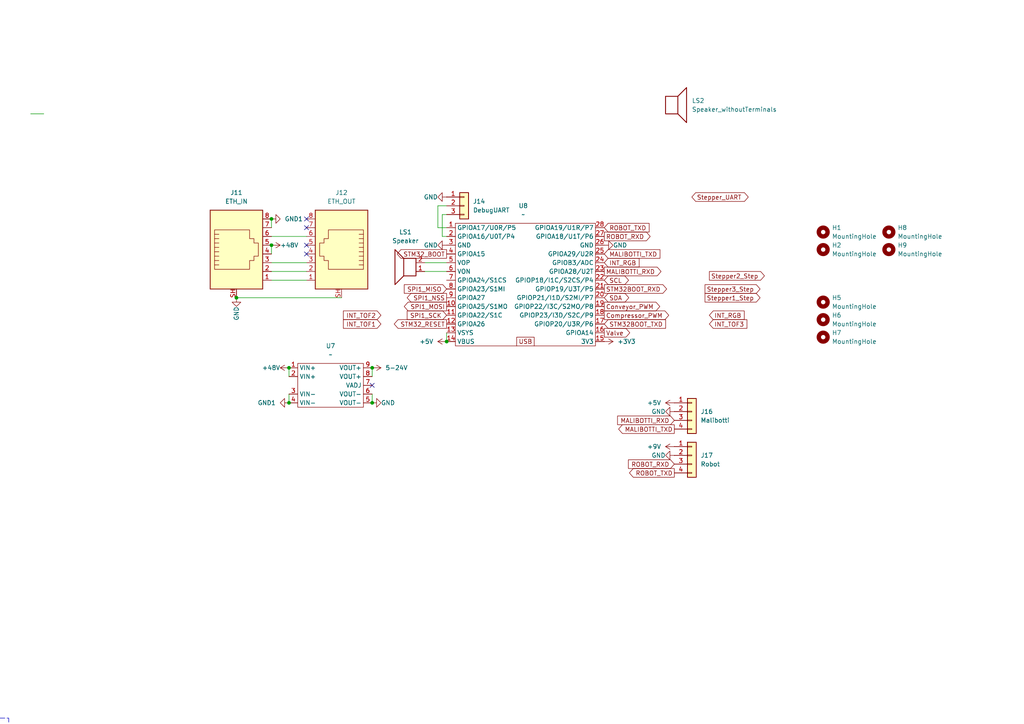
<source format=kicad_sch>
(kicad_sch (version 20250114) (generator "eeschema") (generator_version "9.0")
  (paper "A4")
  (rectangle (start 31.75 -40.64) (end 77.47 -11.43))
  (rectangle (start -17.78 -40.64) (end 30.48 -11.43))
  (rectangle (start -382.27 168.91) (end -276.86 210.82) (stroke (width 0) (type dash)))
  (rectangle (start -82.55 208.28) (end 2.54 287.02) (stroke (width 0) (type dash)))
  (rectangle (start -307.34 243.84) (end -198.12 302.26) (stroke (width 0) (type dash)))
  (rectangle (start -82.55 292.1) (end 2.54 370.84) (stroke (width 0) (type dash)))
  (rectangle (start -317.5 138.43) (end -285.75 156.21) (stroke (width 0) (type dash)))
  (rectangle (start -318.77 85.09) (end -276.86 132.08) (stroke (width 0) (type dash)))
  (rectangle (start 80.01 -40.64) (end 132.08 -11.43))
  (text "Weight Cell DAC" (at -307.34 243.84 0) (effects (font (size 1.27 1.27)) (justify left bottom)))
  (text "Compressor_PWM" (at -265.43 19.05 0) (effects (font (size 1.27 1.27))))
  (text "USB PD" (at -318.77 85.09 0) (effects (font (size 1.27 1.27)) (justify left bottom)))
  (text "Conveyor" (at -17.78 -40.64 0) (effects (font (size 1.27 1.27)) (justify left bottom)))
  (text "Barrel Jack 24V" (at -317.5 138.43 0) (effects (font (size 1.27 1.27)) (justify left bottom)))
  (text "Conveyor_PWM" (at -266.7 16.51 0) (effects (font (size 1.27 1.27))))
  (text "Valve" (at 31.75 -40.64 0) (effects (font (size 1.27 1.27)) (justify left bottom)))
  (text "Stepper Driver 1" (at -74.93 207.264 0) (effects (font (size 1.27 1.27))))
  (text "PSU" (at -382.27 168.91 0) (effects (font (size 1.27 1.27)) (justify left bottom)))
  (text "Stepper2_Step" (at -254 -24.13 0) (effects (font (size 1.27 1.27))))
  (text "Stepper1_Step" (at -255.27 -27.94 0) (effects (font (size 1.27 1.27))))
  (text "Compressor" (at 80.01 -40.64 0) (effects (font (size 1.27 1.27)) (justify left bottom)))
  (text "Stepper Driver 2" (at -74.93 291.084 0) (effects (font (size 1.27 1.27))))
  (junction (at 53.34 -12.7))
  (junction (at -353.06 200.66))
  (junction (at -298.45 -34.29))
  (junction (at -289.56 265.43))
  (junction (at -25.4 217.17))
  (junction (at -58.42 20.32))
  (junction (at -48.26 214.63))
  (junction (at 78.74 71.12))
  (junction (at -298.45 -50.8))
  (junction (at 101.6 -12.7))
  (junction (at -254 -43.18))
  (junction (at 68.58 86.36))
  (junction (at -25.4 300.99))
  (junction (at -307.34 129.54))
  (junction (at 83.82 116.84))
  (junction (at -298.45 -39.37))
  (junction (at -270.51 273.05))
  (junction (at -298.45 -45.72))
  (junction (at -33.02 308.61))
  (junction (at -303.53 62.23))
  (junction (at -289.56 279.4))
  (junction (at -106.68 223.52))
  (junction (at -309.88 208.28))
  (junction (at -33.02 300.99))
  (junction (at -243.84 -50.8))
  (junction (at -15.24 300.99))
  (junction (at -317.5 193.04))
  (junction (at 101.6 -20.32))
  (junction (at -25.4 308.61))
  (junction (at -48.26 298.45))
  (junction (at -33.02 217.17))
  (junction (at -254 -50.8))
  (junction (at 129.54 99.06))
  (junction (at -289.56 273.05))
  (junction (at -248.92 -43.18))
  (junction (at -33.02 224.79))
  (junction (at -304.8 185.42))
  (junction (at 6.35 -12.7))
  (junction (at -306.07 185.42))
  (junction (at -349.25 24.13))
  (junction (at -41.91 300.99))
  (junction (at -41.91 217.17))
  (junction (at -292.1 91.44))
  (junction (at -25.4 224.79))
  (junction (at 53.34 -20.32))
  (junction (at -295.91 185.42))
  (junction (at -15.24 308.61))
  (junction (at -303.53 -34.29))
  (junction (at -238.76 -43.18))
  (junction (at -306.07 -34.29))
  (junction (at -283.21 273.05))
  (junction (at -309.88 193.04))
  (junction (at 83.82 106.68))
  (junction (at -370.84 200.66))
  (junction (at -294.64 -50.8))
  (junction (at -370.84 187.96))
  (junction (at -248.92 -50.8))
  (junction (at -238.76 -50.8))
  (junction (at 78.74 63.5))
  (junction (at 13.97 -15.24))
  (junction (at -330.2 185.42))
  (junction (at -306.07 208.28))
  (junction (at -317.5 185.42))
  (junction (at 107.95 116.84))
  (junction (at -289.56 -43.18))
  (junction (at -308.61 -34.29))
  (junction (at 6.35 -20.32))
  (junction (at -110.49 254))
  (junction (at 107.95 106.68))
  (junction (at -15.24 224.79))
  (junction (at -289.56 287.02))
  (junction (at -243.84 -43.18))
  (junction (at 109.22 -15.24))
  (junction (at -270.51 265.43))
  (junction (at 60.96 -15.24))
  (junction (at -309.88 185.42))
  (junction (at -300.99 -34.29))
  (junction (at -15.24 217.17))
  (no_connect (at -60.96 266.7))
  (no_connect (at -237.49 275.59))
  (no_connect (at 88.9 66.04))
  (no_connect (at 88.9 63.5))
  (no_connect (at -363.22 193.04))
  (no_connect (at -262.89 283.21))
  (no_connect (at -60.96 350.52))
  (no_connect (at -299.72 149.86))
  (no_connect (at -60.96 355.6))
  (no_connect (at 107.95 111.76))
  (no_connect (at -57.15 92.71))
  (no_connect (at -292.1 119.38))
  (no_connect (at -60.96 238.76))
  (no_connect (at -60.96 353.06))
  (no_connect (at -60.96 322.58))
  (no_connect (at -60.96 269.24))
  (no_connect (at -60.96 271.78))
  (no_connect (at -262.89 285.75))
  (no_connect (at 88.9 71.12))
  (no_connect (at 88.9 73.66))
  (no_connect (at -292.1 121.92))
  (wire (pts (xy 107.95 106.68) (xy 107.95 109.22)))
  (wire (pts (xy 8.89 33.02) (xy 12.7 33.02)))
  (wire (pts (xy 109.22 -15.24) (xy 104.14 -15.24)))
  (wire (pts (xy 107.95 114.3) (xy 107.95 116.84)))
  (wire (pts (xy 8.89 -15.24) (xy 8.89 -12.7)))
  (wire (pts (xy -271.78 275.59) (xy -271.78 279.4)))
  (wire (pts (xy -370.84 187.96) (xy -363.22 187.96)))
  (wire (pts (xy -306.07 193.04) (xy -306.07 208.28)))
  (wire (pts (xy -346.71 16.51) (xy -349.25 16.51)))
  (wire (pts (xy -317.5 185.42) (xy -309.88 185.42)))
  (wire (pts (xy -45.72 223.52) (xy -45.72 217.17)))
  (wire (pts (xy -306.07 -34.29) (xy -303.53 -34.29)))
  (wire (pts (xy 55.88 -12.7) (xy 53.34 -12.7)))
  (wire (pts (xy -294.64 -50.8) (xy -289.56 -50.8)))
  (wire (pts (xy 60.96 -33.02) (xy 60.96 -27.94)))
  (wire (pts (xy -60.96 309.88) (xy -60.96 312.42)))
  (wire (pts (xy -290.83 279.4) (xy -289.56 279.4)))
  (wire (pts (xy -328.93 185.42) (xy -330.2 185.42)))
  (wire (pts (xy 78.74 78.74) (xy 88.9 78.74)))
  (wire (pts (xy -30.48 353.06) (xy -20.32 353.06)))
  (wire (pts (xy -271.78 275.59) (xy -262.89 275.59)))
  (wire (pts (xy 129.54 66.04) (xy 127 66.04)))
  (wire (pts (xy -262.89 260.35) (xy -262.89 262.89)))
  (wire (pts (xy -298.45 -45.72) (xy -298.45 -50.8)))
  (wire (pts (xy -294.64 -43.18) (xy -289.56 -43.18)))
  (wire (pts (xy 78.74 68.58) (xy 88.9 68.58)))
  (wire (pts (xy -292.1 104.14) (xy -292.1 106.68)))
  (wire (pts (xy 45.72 -12.7) (xy 53.34 -12.7)))
  (wire (pts (xy 123.19 76.2) (xy 129.54 76.2)))
  (wire (pts (xy -25.4 224.79) (xy -15.24 224.79)))
  (wire (pts (xy -41.91 308.61) (xy -33.02 308.61)))
  (wire (pts (xy -283.21 273.05) (xy -278.13 273.05)))
  (wire (pts (xy -48.26 307.34) (xy -48.26 298.45)))
  (wire (pts (xy -15.24 217.17) (xy -25.4 217.17)))
  (wire (pts (xy -271.78 279.4) (xy -289.56 279.4)))
  (wire (pts (xy -330.2 180.34) (xy -330.2 185.42)))
  (wire (pts (xy -342.9 190.5) (xy -330.2 190.5)))
  (wire (pts (xy -1.27 -27.94) (xy 6.35 -27.94)))
  (wire (pts (xy 104.14 -12.7) (xy 101.6 -12.7)))
  (wire (pts (xy -351.79 24.13) (xy -349.25 24.13)))
  (wire (pts (xy 60.96 -15.24) (xy 55.88 -15.24)))
  (wire (pts (xy -303.53 -34.29) (xy -300.99 -34.29)))
  (wire (pts (xy -41.91 300.99) (xy -33.02 300.99)))
  (wire (pts (xy -349.25 24.13) (xy -346.71 24.13)))
  (wire (pts (xy -48.26 223.52) (xy -48.26 214.63)))
  (wire (pts (xy -1.27 -12.7) (xy 6.35 -12.7)))
  (wire (pts (xy -33.02 300.99) (xy -25.4 300.99)))
  (wire (pts (xy -30.48 350.52) (xy -29.21 350.52)))
  (wire (pts (xy -298.45 -50.8) (xy -294.64 -50.8)))
  (wire (pts (xy -375.92 200.66) (xy -370.84 200.66)))
  (wire (pts (xy -295.91 -34.29) (xy -295.91 -39.37)))
  (wire (pts (xy -306.07 185.42) (xy -304.8 185.42)))
  (wire (pts (xy -254 -43.18) (xy -248.92 -43.18)))
  (wire (pts (xy -15.24 300.99) (xy -25.4 300.99)))
  (wire (pts (xy -270.51 265.43) (xy -262.89 265.43)))
  (wire (pts (xy -25.4 308.61) (xy -15.24 308.61)))
  (wire (pts (xy -375.92 196.85) (xy -375.92 200.66)))
  (wire (pts (xy 8.89 -12.7) (xy 6.35 -12.7)))
  (wire (pts (xy -48.26 298.45) (xy -54.61 298.45)))
  (wire (pts (xy -238.76 -43.18) (xy -233.68 -43.18)))
  (wire (pts (xy -309.88 208.28) (xy -342.9 208.28)))
  (wire (pts (xy -375.92 187.96) (xy -370.84 187.96)))
  (wire (pts (xy -370.84 187.96) (xy -370.84 186.69)))
  (wire (pts (xy -45.72 217.17) (xy -41.91 217.17)))
  (wire (pts (xy -269.24 278.13) (xy -269.24 287.02)))
  (wire (pts (xy 104.14 -15.24) (xy 104.14 -12.7)))
  (wire (pts (xy -370.84 189.23) (xy -370.84 187.96)))
  (wire (pts (xy 13.97 -33.02) (xy 13.97 -27.94)))
  (wire (pts (xy -370.84 196.85) (xy -370.84 200.66)))
  (wire (pts (xy -306.07 62.23) (xy -303.53 62.23)))
  (wire (pts (xy 123.19 78.74) (xy 129.54 78.74)))
  (wire (pts (xy -262.89 278.13) (xy -269.24 278.13)))
  (wire (pts (xy 45.72 -27.94) (xy 53.34 -27.94)))
  (wire (pts (xy -269.24 287.02) (xy -289.56 287.02)))
  (wire (pts (xy -340.36 187.96) (xy -342.9 187.96)))
  (wire (pts (xy 83.82 114.3) (xy 83.82 116.84)))
  (wire (pts (xy -295.91 -39.37) (xy -298.45 -39.37)))
  (wire (pts (xy 78.74 63.5) (xy 78.74 66.04)))
  (wire (pts (xy -300.99 -34.29) (xy -298.45 -34.29)))
  (wire (pts (xy -30.48 259.08) (xy -29.21 259.08)))
  (wire (pts (xy 55.88 -15.24) (xy 55.88 -12.7)))
  (wire (pts (xy -259.08 -50.8) (xy -254 -50.8)))
  (wire (pts (xy 78.74 76.2) (xy 88.9 76.2)))
  (wire (pts (xy -321.31 185.42) (xy -317.5 185.42)))
  (wire (pts (xy 128.27 62.23) (xy 129.54 62.23)))
  (wire (pts (xy -298.45 -50.8) (xy -321.31 -50.8)))
  (wire (pts (xy -110.49 223.52) (xy -106.68 223.52)))
  (wire (pts (xy 127 66.04) (xy 127 59.69)))
  (wire (pts (xy -342.9 200.66) (xy -353.06 200.66)))
  (wire (pts (xy 129.54 96.52) (xy 129.54 99.06)))
  (wire (pts (xy 127 59.69) (xy 129.54 59.69)))
  (wire (pts (xy -269.24 290.83) (xy -262.89 290.83)))
  (wire (pts (xy -30.48 330.2) (xy -29.21 330.2)))
  (wire (pts (xy -370.84 200.66) (xy -353.06 200.66)))
  (wire (pts (xy -58.42 20.32) (xy -49.53 20.32)))
  (wire (pts (xy -243.84 -50.8) (xy -238.76 -50.8)))
  (wire (pts (xy 93.98 -27.94) (xy 101.6 -27.94)))
  (wire (pts (xy -308.61 -34.29) (xy -306.07 -34.29)))
  (wire (pts (xy -304.8 185.42) (xy -295.91 185.42)))
  (wire (pts (xy -30.48 355.6) (xy -27.94 355.6)))
  (wire (pts (xy -262.89 267.97) (xy -264.16 267.97)))
  (wire (pts (xy -248.92 -43.18) (xy -243.84 -43.18)))
  (wire (pts (xy -342.9 193.04) (xy -317.5 193.04)))
  (wire (pts (xy 78.74 71.12) (xy 78.74 73.66)))
  (wire (pts (xy -264.16 267.97) (xy -264.16 273.05)))
  (wire (pts (xy -321.31 -50.8) (xy -321.31 -26.67)))
  (wire (pts (xy -309.88 208.28) (xy -306.07 208.28)))
  (wire (pts (xy -238.76 -50.8) (xy -233.68 -50.8)))
  (wire (pts (xy -33.02 224.79) (xy -25.4 224.79)))
  (wire (pts (xy -45.72 300.99) (xy -41.91 300.99)))
  (wire (pts (xy -281.94 265.43) (xy -270.51 265.43)))
  (wire (pts (xy -295.91 208.28) (xy -306.07 208.28)))
  (wire (pts (xy -20.32 269.24) (xy -20.32 271.78)))
  (wire (pts (xy -30.48 271.78) (xy -27.94 271.78)))
  (wire (pts (xy -60.96 20.32) (xy -58.42 20.32)))
  (wire (pts (xy -289.56 273.05) (xy -283.21 273.05)))
  (wire (pts (xy -243.84 -43.18) (xy -238.76 -43.18)))
  (wire (pts (xy -292.1 109.22) (xy -292.1 111.76)))
  (wire (pts (xy -330.2 185.42) (xy -330.2 190.5)))
  (wire (pts (xy -298.45 265.43) (xy -289.56 265.43)))
  (wire (pts (xy -308.61 -36.83) (xy -308.61 -34.29)))
  (wire (pts (xy -33.02 308.61) (xy -25.4 308.61)))
  (wire (pts (xy -30.48 269.24) (xy -20.32 269.24)))
  (wire (pts (xy 129.54 68.58) (xy 128.27 68.58)))
  (wire (pts (xy 109.22 -33.02) (xy 109.22 -27.94)))
  (wire (pts (xy -254 -50.8) (xy -248.92 -50.8)))
  (wire (pts (xy -41.91 224.79) (xy -33.02 224.79)))
  (wire (pts (xy -264.16 273.05) (xy -270.51 273.05)))
  (wire (pts (xy 83.82 106.68) (xy 83.82 109.22)))
  (wire (pts (xy -303.53 62.23) (xy -300.99 62.23)))
  (wire (pts (xy -48.26 214.63) (xy -54.61 214.63)))
  (wire (pts (xy -110.49 254) (xy -110.49 259.08)))
  (wire (pts (xy -298.45 -39.37) (xy -298.45 -45.72)))
  (wire (pts (xy -60.96 226.06) (xy -60.96 228.6)))
  (wire (pts (xy 68.58 86.36) (xy 99.06 86.36)))
  (wire (pts (xy -30.48 246.38) (xy -29.21 246.38)))
  (wire (pts (xy -20.32 353.06) (xy -20.32 355.6)))
  (wire (pts (xy -259.08 -43.18) (xy -254 -43.18)))
  (wire (pts (xy -295.91 193.04) (xy -295.91 208.28)))
  (wire (pts (xy -298.45 273.05) (xy -289.56 273.05)))
  (wire (pts (xy -309.88 185.42) (xy -306.07 185.42)))
  (wire (pts (xy -342.9 208.28) (xy -342.9 200.66)))
  (wire (pts (xy -30.48 266.7) (xy -29.21 266.7)))
  (wire (pts (xy -290.83 287.02) (xy -289.56 287.02)))
  (wire (pts (xy -30.48 342.9) (xy -29.21 342.9)))
  (wire (pts (xy -353.06 200.66) (xy -353.06 198.12)))
  (wire (pts (xy -41.91 217.17) (xy -33.02 217.17)))
  (wire (pts (xy 78.74 81.28) (xy 88.9 81.28)))
  (wire (pts (xy 128.27 68.58) (xy 128.27 62.23)))
  (wire (pts (xy 13.97 -15.24) (xy 8.89 -15.24)))
  (wire (pts (xy -314.96 129.54) (xy -307.34 129.54)))
  (wire (pts (xy -375.92 189.23) (xy -375.92 187.96)))
  (wire (pts (xy -248.92 -50.8) (xy -243.84 -50.8)))
  (wire (pts (xy -353.06 200.66) (xy -353.06 204.47)))
  (wire (pts (xy -33.02 217.17) (xy -25.4 217.17)))
  (wire (pts (xy -45.72 307.34) (xy -45.72 300.99)))
  (wire (pts (xy -340.36 180.34) (xy -330.2 180.34)))
  (wire (pts (xy -317.5 193.04) (xy -309.88 193.04)))
  (wire (pts (xy 93.98 -12.7) (xy 101.6 -12.7)))
  (label "BOOT" (at -342.9 187.96 0))
  (label "FB" (at -341.63 193.04 0))
  (label "SW" (at -336.55 190.5 0))
  (global_label "IO1" (shape bidirectional) (at -232.41 -22.86 180) (property "Intersheetrefs" "${INTERSHEET_REFS}" (effects (hide yes))))
  (global_label "SWDIO" (shape bidirectional) (at -264.16 8.89 180) (property "Intersheetrefs" "${INTERSHEET_REFS}" (effects (hide yes))))
  (global_label "i1c" (shape bidirectional) (at -232.41 -10.16 180) (property "Intersheetrefs" "${INTERSHEET_REFS}" (effects (hide yes))))
  (global_label "Valve" (shape input) (at 45.72 -27.94 180) (property "Intersheetrefs" "${INTERSHEET_REFS}" (effects (hide yes))))
  (global_label "i2d" (shape bidirectional) (at -232.41 5.08 180) (property "Intersheetrefs" "${INTERSHEET_REFS}" (effects (hide yes))))
  (global_label "ROBOT_RXD" (shape input) (at 195.58 134.62 180) (property "Intersheetrefs" "${INTERSHEET_REFS}" (effects (hide yes))))
  (global_label "STEPPER_EN" (shape input) (at -110.49 231.14 270) (property "Intersheetrefs" "${INTERSHEET_REFS}" (effects (hide yes))))
  (global_label "Stepper3_Step" (shape output) (at 204.47 83.82 0) (property "Intersheetrefs" "${INTERSHEET_REFS}" (effects (hide yes))))
  (global_label "SDA" (shape bidirectional) (at 175.26 86.36 0) (property "Intersheetrefs" "${INTERSHEET_REFS}" (effects (hide yes))))
  (global_label "STEPPER_UART" (shape bidirectional) (at -60.96 320.04 180) (property "Intersheetrefs" "${INTERSHEET_REFS}" (effects (hide yes))))
  (global_label "T15C1" (shape bidirectional) (at -285.75 52.07 0) (property "Intersheetrefs" "${INTERSHEET_REFS}" (effects (hide yes))))
  (global_label "STM32_RESET" (shape input) (at -270.51 -50.8 180) (property "Intersheetrefs" "${INTERSHEET_REFS}" (effects (hide yes))))
  (global_label "T15C2" (shape bidirectional) (at -285.75 54.61 0) (property "Intersheetrefs" "${INTERSHEET_REFS}" (effects (hide yes))))
  (global_label "A+" (shape bidirectional) (at -298.45 279.4 180) (property "Intersheetrefs" "${INTERSHEET_REFS}" (effects (hide yes))))
  (global_label "USBPD_CC2" (shape input) (at -292.1 99.06 0) (property "Intersheetrefs" "${INTERSHEET_REFS}" (effects (hide yes))))
  (global_label "Conveyor_PWM" (shape output) (at 175.26 88.9 0) (property "Intersheetrefs" "${INTERSHEET_REFS}" (effects (hide yes))))
  (global_label "IO4" (shape bidirectional) (at -232.41 -15.24 180) (property "Intersheetrefs" "${INTERSHEET_REFS}" (effects (hide yes))))
  (global_label "USBPD_D-" (shape input) (at -292.1 105.41 0) (property "Intersheetrefs" "${INTERSHEET_REFS}" (effects (hide yes))))
  (global_label "STEPPER_UART" (shape bidirectional) (at -60.96 236.22 180) (property "Intersheetrefs" "${INTERSHEET_REFS}" (effects (hide yes))))
  (global_label "Stepper2_Dir" (shape output) (at -285.75 21.59 0) (property "Intersheetrefs" "${INTERSHEET_REFS}" (effects (hide yes))))
  (global_label "STEPPER_UART" (shape bidirectional) (at -106.68 231.14 270) (property "Intersheetrefs" "${INTERSHEET_REFS}" (effects (hide yes))))
  (global_label "INT_TOF3" (shape output) (at -232.41 20.32 180) (property "Intersheetrefs" "${INTERSHEET_REFS}" (effects (hide yes))))
  (global_label "IO1" (shape bidirectional) (at -285.75 29.21 0) (property "Intersheetrefs" "${INTERSHEET_REFS}" (effects (hide yes))))
  (global_label "i1c" (shape bidirectional) (at -285.75 11.43 0) (property "Intersheetrefs" "${INTERSHEET_REFS}" (effects (hide yes))))
  (global_label "INT_TOF2" (shape input) (at 110.49 91.44 180) (property "Intersheetrefs" "${INTERSHEET_REFS}" (effects (hide yes))))
  (global_label "MALIBOTTI_TXD" (shape output) (at 195.58 124.46 180) (property "Intersheetrefs" "${INTERSHEET_REFS}" (effects (hide yes))))
  (global_label "INT_TOF1" (shape input) (at -285.75 39.37 0) (property "Intersheetrefs" "${INTERSHEET_REFS}" (effects (hide yes))))
  (global_label "i2d" (shape bidirectional) (at -321.31 -16.51 180) (property "Intersheetrefs" "${INTERSHEET_REFS}" (effects (hide yes))))
  (global_label "USBPD_CC1" (shape input) (at -285.75 31.75 0) (property "Intersheetrefs" "${INTERSHEET_REFS}" (effects (hide yes))))
  (global_label "INT_RGB" (shape input) (at 205.74 91.44 0) (property "Intersheetrefs" "${INTERSHEET_REFS}" (effects (hide yes))))
  (global_label "IO3" (shape bidirectional) (at -232.41 -17.78 180) (property "Intersheetrefs" "${INTERSHEET_REFS}" (effects (hide yes))))
  (global_label "i3c" (shape bidirectional) (at -321.31 16.51 180) (property "Intersheetrefs" "${INTERSHEET_REFS}" (effects (hide yes))))
  (global_label "INT_TOF1" (shape output) (at -232.41 -5.08 180) (property "Intersheetrefs" "${INTERSHEET_REFS}" (effects (hide yes))))
  (global_label "MALIBOTTI_TXD" (shape input) (at 175.26 73.66 0) (property "Intersheetrefs" "${INTERSHEET_REFS}" (effects (hide yes))))
  (global_label "i2c" (shape bidirectional) (at -232.41 2.54 180) (property "Intersheetrefs" "${INTERSHEET_REFS}" (effects (hide yes))))
  (global_label "INT_TOF3" (shape input) (at 205.74 93.98 0) (property "Intersheetrefs" "${INTERSHEET_REFS}" (effects (hide yes))))
  (global_label "STM32BOOT_RXD" (shape input) (at -285.75 -19.05 0) (property "Intersheetrefs" "${INTERSHEET_REFS}" (effects (hide yes))))
  (global_label "PB12" (shape bidirectional) (at -285.75 46.99 0) (property "Intersheetrefs" "${INTERSHEET_REFS}" (effects (hide yes))))
  (global_label "STEPPER_EN" (shape input) (at -60.96 261.62 180) (property "Intersheetrefs" "${INTERSHEET_REFS}" (effects (hide yes))))
  (global_label "i3d" (shape bidirectional) (at -232.41 17.78 180) (property "Intersheetrefs" "${INTERSHEET_REFS}" (effects (hide yes))))
  (global_label "SPI1_MOSI" (shape output) (at 129.54 88.9 180) (property "Intersheetrefs" "${INTERSHEET_REFS}" (effects (hide yes))))
  (global_label "SPI1_MISO" (shape output) (at -285.75 -11.43 0) (property "Intersheetrefs" "${INTERSHEET_REFS}" (effects (hide yes))))
  (global_label "IO2" (shape bidirectional) (at -285.75 24.13 0) (property "Intersheetrefs" "${INTERSHEET_REFS}" (effects (hide yes))))
  (global_label "SPI1_SCK" (shape input) (at 129.54 91.44 180) (property "Intersheetrefs" "${INTERSHEET_REFS}" (effects (hide yes))))
  (global_label "Stepper1_Step" (shape output) (at -285.75 16.51 0) (property "Intersheetrefs" "${INTERSHEET_REFS}" (effects (hide yes))))
  (global_label "i2d" (shape bidirectional) (at -261.62 -6.35 0) (property "Intersheetrefs" "${INTERSHEET_REFS}" (effects (hide yes))))
  (global_label "U3R" (shape output) (at -346.71 24.13 0) (property "Intersheetrefs" "${INTERSHEET_REFS}" (effects (hide yes))))
  (global_label "USBPD_CC2" (shape input) (at -285.75 26.67 0) (property "Intersheetrefs" "${INTERSHEET_REFS}" (effects (hide yes))))
  (global_label "SPI1_NSS" (shape output) (at 129.54 86.36 180) (property "Intersheetrefs" "${INTERSHEET_REFS}" (effects (hide yes))))
  (global_label "Stepper1_Dir" (shape output) (at -321.31 8.89 180) (property "Intersheetrefs" "${INTERSHEET_REFS}" (effects (hide yes))))
  (global_label "INT_TOF2" (shape output) (at -232.41 7.62 180) (property "Intersheetrefs" "${INTERSHEET_REFS}" (effects (hide yes))))
  (global_label "T2C1" (shape output) (at -270.51 -27.94 0) (property "Intersheetrefs" "${INTERSHEET_REFS}" (effects (hide yes))))
  (global_label "T1C1-LU1R" (shape bidirectional) (at -321.31 -3.81 180) (property "Intersheetrefs" "${INTERSHEET_REFS}" (effects (hide yes))))
  (global_label "INT_TOF3" (shape input) (at -285.75 -26.67 0) (property "Intersheetrefs" "${INTERSHEET_REFS}" (effects (hide yes))))
  (global_label "A-" (shape bidirectional) (at -293.37 250.19 180) (property "Intersheetrefs" "${INTERSHEET_REFS}" (effects (hide yes))))
  (global_label "U3T" (shape input) (at -346.71 16.51 0) (property "Intersheetrefs" "${INTERSHEET_REFS}" (effects (hide yes))))
  (global_label "Stepper1_Step" (shape output) (at 204.47 86.36 0) (property "Intersheetrefs" "${INTERSHEET_REFS}" (effects (hide yes))))
  (global_label "U3R" (shape input) (at -285.75 44.45 0) (property "Intersheetrefs" "${INTERSHEET_REFS}" (effects (hide yes))))
  (global_label "i1d" (shape bidirectional) (at -285.75 34.29 0) (property "Intersheetrefs" "${INTERSHEET_REFS}" (effects (hide yes))))
  (global_label "ROBOT_TXD" (shape output) (at 195.58 137.16 180) (property "Intersheetrefs" "${INTERSHEET_REFS}" (effects (hide yes))))
  (global_label "i1d" (shape bidirectional) (at -232.41 -7.62 180) (property "Intersheetrefs" "${INTERSHEET_REFS}" (effects (hide yes))))
  (global_label "SPI1_SCK" (shape input) (at -285.75 -13.97 0) (property "Intersheetrefs" "${INTERSHEET_REFS}" (effects (hide yes))))
  (global_label "USBPD_CC2" (shape input) (at -285.75 -1.27 0) (property "Intersheetrefs" "${INTERSHEET_REFS}" (effects (hide yes))))
  (global_label "SDA" (shape bidirectional) (at -232.41 30.48 180) (property "Intersheetrefs" "${INTERSHEET_REFS}" (effects (hide yes))))
  (global_label "STM32_RESET" (shape output) (at 129.54 93.98 180) (property "Intersheetrefs" "${INTERSHEET_REFS}" (effects (hide yes))))
  (global_label "MALIBOTTI_RXD" (shape input) (at 195.58 121.92 180) (property "Intersheetrefs" "${INTERSHEET_REFS}" (effects (hide yes))))
  (global_label "IO3" (shape bidirectional) (at -321.31 -8.89 180) (property "Intersheetrefs" "${INTERSHEET_REFS}" (effects (hide yes))))
  (global_label "SDA" (shape bidirectional) (at -49.53 27.94 180) (property "Intersheetrefs" "${INTERSHEET_REFS}" (effects (hide yes))))
  (global_label "USBPD_D+" (shape input) (at -292.1 110.49 0) (property "Intersheetrefs" "${INTERSHEET_REFS}" (effects (hide yes))))
  (global_label "INT_TOF1" (shape input) (at 110.49 93.98 180) (property "Intersheetrefs" "${INTERSHEET_REFS}" (effects (hide yes))))
  (global_label "STEPPER_UART" (shape bidirectional) (at -101.6 228.6 270) (property "Intersheetrefs" "${INTERSHEET_REFS}" (effects (hide yes))))
  (global_label "T8C2" (shape bidirectional) (at -321.31 13.97 180) (property "Intersheetrefs" "${INTERSHEET_REFS}" (effects (hide yes))))
  (global_label "USBPD_D+" (shape input) (at -285.75 3.81 0) (property "Intersheetrefs" "${INTERSHEET_REFS}" (effects (hide yes))))
  (global_label "STM32BOOT_TXD" (shape output) (at -285.75 -21.59 0) (property "Intersheetrefs" "${INTERSHEET_REFS}" (effects (hide yes))))
  (global_label "HX711_DATA" (shape input) (at -321.31 21.59 180) (property "Intersheetrefs" "${INTERSHEET_REFS}" (effects (hide yes))))
  (global_label "SCL" (shape bidirectional) (at -58.42 27.94 180) (property "Intersheetrefs" "${INTERSHEET_REFS}" (effects (hide yes))))
  (global_label "SWCLK" (shape bidirectional) (at -285.75 8.89 0) (property "Intersheetrefs" "${INTERSHEET_REFS}" (effects (hide yes))))
  (global_label "A-" (shape bidirectional) (at -298.45 287.02 180) (property "Intersheetrefs" "${INTERSHEET_REFS}" (effects (hide yes))))
  (global_label "SCL" (shape bidirectional) (at 175.26 81.28 0) (property "Intersheetrefs" "${INTERSHEET_REFS}" (effects (hide yes))))
  (global_label "IO2" (shape bidirectional) (at -232.41 -20.32 180) (property "Intersheetrefs" "${INTERSHEET_REFS}" (effects (hide yes))))
  (global_label "Stepper2_Step" (shape input) (at -60.96 337.82 180) (property "Intersheetrefs" "${INTERSHEET_REFS}" (effects (hide yes))))
  (global_label "PB13" (shape bidirectional) (at -285.75 49.53 0) (property "Intersheetrefs" "${INTERSHEET_REFS}" (effects (hide yes))))
  (global_label "SCL" (shape bidirectional) (at -232.41 27.94 180) (property "Intersheetrefs" "${INTERSHEET_REFS}" (effects (hide yes))))
  (global_label "USBPD_CC1" (shape input) (at -292.1 96.52 0) (property "Intersheetrefs" "${INTERSHEET_REFS}" (effects (hide yes))))
  (global_label "SPI1_MISO" (shape input) (at 129.54 83.82 180) (property "Intersheetrefs" "${INTERSHEET_REFS}" (effects (hide yes))))
  (global_label "Compressor_PWM" (shape input) (at 93.98 -27.94 180) (property "Intersheetrefs" "${INTERSHEET_REFS}" (effects (hide yes))))
  (global_label "E-" (shape bidirectional) (at -299.72 273.05 180) (property "Intersheetrefs" "${INTERSHEET_REFS}" (effects (hide yes))))
  (global_label "i2c" (shape bidirectional) (at -321.31 6.35 180) (property "Intersheetrefs" "${INTERSHEET_REFS}" (effects (hide yes))))
  (global_label "T1C2-LU1T" (shape bidirectional) (at -321.31 -1.27 180) (property "Intersheetrefs" "${INTERSHEET_REFS}" (effects (hide yes))))
  (global_label "INT_TOF2" (shape input) (at -285.75 -24.13 0) (property "Intersheetrefs" "${INTERSHEET_REFS}" (effects (hide yes))))
  (global_label "U3T" (shape output) (at -285.75 41.91 0) (property "Intersheetrefs" "${INTERSHEET_REFS}" (effects (hide yes))))
  (global_label "STM32BOOT_RXD" (shape output) (at 175.26 83.82 0) (property "Intersheetrefs" "${INTERSHEET_REFS}" (effects (hide yes))))
  (global_label "MALIBOTTI_RXD" (shape output) (at 175.26 78.74 0) (property "Intersheetrefs" "${INTERSHEET_REFS}" (effects (hide yes))))
  (global_label "Stepper1_Dir" (shape input) (at -60.96 256.54 180) (property "Intersheetrefs" "${INTERSHEET_REFS}" (effects (hide yes))))
  (global_label "Conveyor_PWM" (shape input) (at -1.27 -27.94 180) (property "Intersheetrefs" "${INTERSHEET_REFS}" (effects (hide yes))))
  (global_label "i3d" (shape bidirectional) (at -321.31 19.05 180) (property "Intersheetrefs" "${INTERSHEET_REFS}" (effects (hide yes))))
  (global_label "Stepper_UART" (shape bidirectional) (at 200.66 57.15 0) (property "Intersheetrefs" "${INTERSHEET_REFS}" (effects (hide yes))))
  (global_label "HX711_CLK" (shape input) (at -237.49 270.51 0) (property "Intersheetrefs" "${INTERSHEET_REFS}" (effects (hide yes))))
  (global_label "STEPPER_EN" (shape input) (at -60.96 345.44 180) (property "Intersheetrefs" "${INTERSHEET_REFS}" (effects (hide yes))))
  (global_label "SPI1_MOSI" (shape input) (at -285.75 -8.89 0) (property "Intersheetrefs" "${INTERSHEET_REFS}" (effects (hide yes))))
  (global_label "E+" (shape bidirectional) (at -293.37 255.27 180) (property "Intersheetrefs" "${INTERSHEET_REFS}" (effects (hide yes))))
  (global_label "STEPPER_UART" (shape bidirectional) (at -351.79 24.13 180) (property "Intersheetrefs" "${INTERSHEET_REFS}" (effects (hide yes))))
  (global_label "INT_RGB" (shape output) (at -232.41 33.02 180) (property "Intersheetrefs" "${INTERSHEET_REFS}" (effects (hide yes))))
  (global_label "SPI1_NSS" (shape input) (at -285.75 -16.51 0) (property "Intersheetrefs" "${INTERSHEET_REFS}" (effects (hide yes))))
  (global_label "SWDIO" (shape bidirectional) (at -285.75 6.35 0) (property "Intersheetrefs" "${INTERSHEET_REFS}" (effects (hide yes))))
  (global_label "STM32BOOT_TXD" (shape input) (at 175.26 93.98 0) (property "Intersheetrefs" "${INTERSHEET_REFS}" (effects (hide yes))))
  (global_label "T8C1" (shape bidirectional) (at -321.31 11.43 180) (property "Intersheetrefs" "${INTERSHEET_REFS}" (effects (hide yes))))
  (global_label "ROBOT_RXD" (shape output) (at 175.26 68.58 0) (property "Intersheetrefs" "${INTERSHEET_REFS}" (effects (hide yes))))
  (global_label "IO4" (shape bidirectional) (at -321.31 26.67 180) (property "Intersheetrefs" "${INTERSHEET_REFS}" (effects (hide yes))))
  (global_label "SWCLK" (shape bidirectional) (at -264.16 6.35 180) (property "Intersheetrefs" "${INTERSHEET_REFS}" (effects (hide yes))))
  (global_label "T2C2" (shape output) (at -270.51 -24.13 0) (property "Intersheetrefs" "${INTERSHEET_REFS}" (effects (hide yes))))
  (global_label "STEPPER_EN" (shape output) (at -285.75 -6.35 0) (property "Intersheetrefs" "${INTERSHEET_REFS}" (effects (hide yes))))
  (global_label "HX711_DATA" (shape output) (at -237.49 267.97 0) (property "Intersheetrefs" "${INTERSHEET_REFS}" (effects (hide yes))))
  (global_label "Stepper2_Dir" (shape input) (at -60.96 340.36 180) (property "Intersheetrefs" "${INTERSHEET_REFS}" (effects (hide yes))))
  (global_label "i3c" (shape bidirectional) (at -254 -6.35 0) (property "Intersheetrefs" "${INTERSHEET_REFS}" (effects (hide yes))))
  (global_label "INT_RGB" (shape input) (at 175.26 76.2 0) (property "Intersheetrefs" "${INTERSHEET_REFS}" (effects (hide yes))))
  (global_label "Stepper2_Step" (shape output) (at 205.74 80.01 0) (property "Intersheetrefs" "${INTERSHEET_REFS}" (effects (hide yes))))
  (global_label "STM32_BOOT" (shape output) (at 129.54 73.66 180) (property "Intersheetrefs" "${INTERSHEET_REFS}" (effects (hide yes))))
  (global_label "i3c" (shape bidirectional) (at -232.41 15.24 180) (property "Intersheetrefs" "${INTERSHEET_REFS}" (effects (hide yes))))
  (global_label "USBPD_CC1" (shape input) (at -285.75 -3.81 0) (property "Intersheetrefs" "${INTERSHEET_REFS}" (effects (hide yes))))
  (global_label "T1C4" (shape bidirectional) (at -321.31 3.81 180) (property "Intersheetrefs" "${INTERSHEET_REFS}" (effects (hide yes))))
  (global_label "STM32_BOOT" (shape input) (at -285.75 36.83 0) (property "Intersheetrefs" "${INTERSHEET_REFS}" (effects (hide yes))))
  (global_label "STM32_RESET" (shape input) (at -321.31 -21.59 180) (property "Intersheetrefs" "${INTERSHEET_REFS}" (effects (hide yes))))
  (global_label "HX711_CLK" (shape output) (at -321.31 24.13 180) (property "Intersheetrefs" "${INTERSHEET_REFS}" (effects (hide yes))))
  (global_label "USBPD_D-" (shape input) (at -285.75 1.27 0) (property "Intersheetrefs" "${INTERSHEET_REFS}" (effects (hide yes))))
  (global_label "Stepper2_Step" (shape output) (at -285.75 19.05 0) (property "Intersheetrefs" "${INTERSHEET_REFS}" (effects (hide yes))))
  (global_label "T1C3" (shape bidirectional) (at -321.31 1.27 180) (property "Intersheetrefs" "${INTERSHEET_REFS}" (effects (hide yes))))
  (global_label "A+" (shape bidirectional) (at -293.37 247.65 180) (property "Intersheetrefs" "${INTERSHEET_REFS}" (effects (hide yes))))
  (global_label "Valve" (shape output) (at 175.26 96.52 0) (property "Intersheetrefs" "${INTERSHEET_REFS}" (effects (hide yes))))
  (global_label "E+" (shape bidirectional) (at -298.45 265.43 180) (property "Intersheetrefs" "${INTERSHEET_REFS}" (effects (hide yes))))
  (global_label "Stepper1_Step" (shape input) (at -60.96 254 180) (property "Intersheetrefs" "${INTERSHEET_REFS}" (effects (hide yes))))
  (global_label "Compressor_PWM" (shape output) (at 175.26 91.44 0) (property "Intersheetrefs" "${INTERSHEET_REFS}" (effects (hide yes))))
  (global_label "ROBOT_TXD" (shape input) (at 175.26 66.04 0) (property "Intersheetrefs" "${INTERSHEET_REFS}" (effects (hide yes))))
  (symbol (lib_id "Device:C") (at -41.91 304.8 0) (unit 1)
    (property "Reference" "C30" (at -41.91 302.768 0) (effects (justify left)))
    (property "Value" "u1/35V" (at -44.45 306.832 0) (effects (justify left)))
    (property "Footprint" "Capacitor_SMD:C_0603_1608Metric" (effects (hide yes)))
    (property "Description" "Unpolarized capacitor" (effects (hide yes)))
    (property "MPN" "CC0603KRX7R9BB104" (effects (hide yes)))
    (property "Manufacturer" "YAGEO" (effects (hide yes)))
  )
  (symbol (lib_id "Mechanical:MountingHole") (at 257.81 72.39 0) (unit 1) (in_bom no)
    (property "Reference" "H9" (at 260.35 71.1199 0) (effects (justify left)))
    (property "Value" "MountingHole" (at 260.35 73.6599 0) (effects (justify left)))
    (property "Footprint" "MountingHole:MountingHole_4.3mm_M4" (effects (hide yes)))
    (property "Description" "Mounting Hole without connection" (effects (hide yes)))
  )
  (symbol (lib_id "Device:R") (at -349.25 20.32 0) (unit 1)
    (property "Reference" "R1" (effects (hide yes)))
    (property "Value" "1k" (at -349.25 20.32 90))
    (property "Footprint" "Resistor_SMD:R_0402_1005Metric" (effects (hide yes)))
    (property "Description" "Resistor" (effects (hide yes)))
  )
  (symbol (lib_id "Device:C_Polarized") (at -106.68 259.08 90) (unit 1)
    (property "Reference" "C24" (effects (hide yes)))
    (property "Value" "100uF" (at -101.6 256.54 90))
    (property "Footprint" "Capacitor_THT:CP_Radial_D6.3mm_P2.50mm" (effects (hide yes)))
    (property "Description" "Polarized capacitor" (effects (hide yes)))
  )
  (symbol (lib_id "Connector_Generic:Conn_01x04") (at 200.66 132.08 0) (unit 1)
    (property "Reference" "J17" (at 203.2 132.0799 0) (effects (justify left)))
    (property "Value" "Robot" (at 203.2 134.6199 0) (effects (justify left)))
    (property "Footprint" "liebler_CONN:JST_XH_S4B-XH-A-1_1x04_P2.50mm_Horizontal_SmallerCourtyard" (effects (hide yes)))
    (property "Description" "Generic connector, single row, 01x04, script generated (kicad-library-utils/schlib/autogen/connector/)" (effects (hide yes)))
  )
  (symbol (lib_id "Device:C") (at -25.4 220.98 180) (unit 1)
    (property "Reference" "C37" (at -22.86 218.44 0))
    (property "Value" "22u/35V" (at -20.828 223.012 0))
    (property "Footprint" "Capacitor_SMD:C_0805_2012Metric" (effects (hide yes)))
    (property "MPN" "CGA0805X5R226M350MT" (effects (hide yes)))
    (property "Manufacturer" "HRE" (effects (hide yes)))
  )
  (symbol (lib_id "Connector_Generic:Conn_01x05") (at -227.33 -17.78 0) (unit 1)
    (property "Reference" "J19" (at -223.52 -19.0501 0) (effects (justify left)))
    (property "Value" "IO" (at -223.52 -16.5101 0) (effects (justify left)))
    (property "Footprint" "Connector_JST:JST_XH_S5B-XH-A-1_1x05_P2.50mm_Horizontal" (effects (hide yes)))
    (property "Description" "Generic connector, single row, 01x05, script generated (kicad-library-utils/schlib/autogen/connector/)" (effects (hide yes)))
  )
  (symbol (lib_id "Device:C") (at -64.77 226.06 90) (unit 1)
    (property "Reference" "C25" (at -67.056 225.552 0) (effects (justify left)))
    (property "Value" "u1" (at -62.738 225.552 0) (effects (justify left)))
    (property "Footprint" "Capacitor_SMD:C_0201_0603Metric" (effects (hide yes)))
    (property "Description" "Unpolarized capacitor" (effects (hide yes)))
    (property "MPN" "GRM033R61A104KE15D" (effects (hide yes)))
    (property "Manufacturer" "Murata Electronics" (effects (hide yes)))
  )
  (symbol (lib_id "power:GND") (at -306.07 62.23 270) (unit 1)
    (property "Reference" "#PWR0102" (effects (hide yes)))
    (property "Value" "GND" (at -309.88 62.2299 90) (effects (justify right)))
    (property "Description" "Power symbol creates a global label with name \"GND\" , ground" (effects (hide yes)))
  )
  (symbol (lib_id "power:GND") (at -250.19 295.91 0) (unit 1)
    (property "Reference" "#PWR015" (effects (hide yes)))
    (property "Value" "GND" (at -254 295.91 0))
    (property "Description" "Power symbol creates a global label with name \"GND\" , ground" (effects (hide yes)))
  )
  (symbol (lib_id "Device:R") (at -294.64 279.4 270) (unit 1)
    (property "Reference" "R5" (at -294.64 280.67 0) (effects (justify left)))
    (property "Value" "k1" (at -295.91 279.4 90) (effects (justify left)))
    (property "Footprint" "Resistor_SMD:R_0805_2012Metric_Pad1.20x1.40mm_HandSolder" (effects (hide yes)))
    (property "Description" "Resistor" (effects (hide yes)))
  )
  (symbol (lib_id "Device:C") (at -15.24 304.8 180) (unit 1)
    (property "Reference" "C40" (at -12.7 302.26 0))
    (property "Value" "22u/35V" (at -10.668 306.832 0))
    (property "Footprint" "Capacitor_SMD:C_0805_2012Metric" (effects (hide yes)))
    (property "MPN" "CGA0805X5R226M350MT" (effects (hide yes)))
    (property "Manufacturer" "HRE" (effects (hide yes)))
  )
  (symbol (lib_id "power:GND") (at -232.41 -12.7 270) (unit 1)
    (property "Reference" "#PWR043" (effects (hide yes)))
    (property "Value" "GND" (at -236.22 -12.7001 90) (effects (justify right)))
    (property "Description" "Power symbol creates a global label with name \"GND\" , ground" (effects (hide yes)))
  )
  (symbol (lib_id "Device:R") (at -27.94 359.41 0) (unit 1)
    (property "Reference" "R16" (at -25.4 358.1399 0) (effects (justify left)))
    (property "Value" "r1" (at -25.4 360.6799 0) (effects (justify left)))
    (property "Footprint" "Resistor_SMD:R_1206_3216Metric" (effects (hide yes)))
    (property "Description" "Resistor" (effects (hide yes)))
    (property "MPN" "FRM121WFR100TM" (effects (hide yes)))
    (property "Manufacturer" " FOJAN" (effects (hide yes)))
  )
  (symbol (lib_id "power:GND") (at 68.58 86.36 0) (unit 1)
    (property "Reference" "#PWR080" (effects (hide yes)))
    (property "Value" "GND" (at 68.58 88.9 90) (effects (justify right)))
    (property "Description" "Power symbol creates a global label with name \"GND\" , ground" (effects (hide yes)))
  )
  (symbol (lib_id "Device:C") (at -298.45 269.24 0) (unit 1)
    (property "Reference" "C6" (at -294.64 267.9699 0) (effects (justify left)))
    (property "Value" "u1" (at -294.64 270.5099 0) (effects (justify left)))
    (property "Footprint" "Capacitor_SMD:C_0201_0603Metric" (effects (hide yes)))
    (property "Description" "Unpolarized capacitor" (effects (hide yes)))
  )
  (symbol (lib_id "power:+VSW") (at 60.96 -33.02 0) (unit 1)
    (property "Reference" "#PWR078" (effects (hide yes)))
    (property "Value" "5-24V" (at 60.96 -38.1 0))
    (property "Description" "Power symbol creates a global label with name \"+VSW\"" (effects (hide yes)))
  )
  (symbol (lib_id "power:+VSW") (at 107.95 106.68 270) (unit 1)
    (property "Reference" "#PWR041" (effects (hide yes)))
    (property "Value" "5-24V" (at 111.76 106.6799 90) (effects (justify left)))
    (property "Description" "Power symbol creates a global label with name \"+VSW\"" (effects (hide yes)))
  )
  (symbol (lib_id "power:+VSW") (at -15.24 300.99 0) (unit 1)
    (property "Reference" "#PWR072" (effects (hide yes)))
    (property "Value" "5-24V" (at -15.24 295.91 0))
    (property "Description" "Power symbol creates a global label with name \"+VSW\"" (effects (hide yes)))
  )
  (symbol (lib_id "power:GND") (at -54.61 222.25 0) (unit 1)
    (property "Reference" "#PWR057" (effects (hide yes)))
    (property "Value" "GND" (at -56.896 222.504 0))
    (property "Description" "Power symbol creates a global label with name \"GND\" , ground" (effects (hide yes)))
  )
  (symbol (lib_id "liebler_SEMICONDUCTORS:TMC2209") (at -45.72 251.46 0) (unit 1)
    (property "Reference" "U5" (at -43.5259 279.4 0) (effects (justify left)))
    (property "Value" "TMC2209" (at -43.5259 281.94 0) (effects (justify left)))
    (property "Footprint" "Package_DFN_QFN:QFN-28-1EP_5x5mm_P0.5mm_EP3.75x3.75mm_ThermalVias" (effects (hide yes)))
    (property "Datasheet" "https://www.analog.com/media/en/technical-documentation/data-sheets/TMC2202_TMC2208_TMC2224_datasheet_rev1.13.pdf" (effects (hide yes)))
    (property "Description" "Standalone driver for two-phase bipolar stepper motor, 2A, 4.75… 36V, UART, internal FETs, QFN28" (effects (hide yes)))
    (property "MPN" "TMC2209-LA-T" (effects (hide yes)))
    (property "Manufacturer" "TRINAMIC Motion Control GmbH" (effects (hide yes)))
  )
  (symbol (lib_id "Device:C") (at -248.92 -46.99 0) (unit 1)
    (property "Reference" "C16" (at -248.92 -49.022 0) (effects (justify left)))
    (property "Value" "u1" (at -251.46 -44.958 0) (effects (justify left)))
    (property "Footprint" "Capacitor_SMD:C_0201_0603Metric" (effects (hide yes)))
    (property "Description" "Unpolarized capacitor" (effects (hide yes)))
    (property "MPN" "GRM033R61A104KE15D" (effects (hide yes)))
    (property "Manufacturer" "Murata Electronics" (effects (hide yes)))
  )
  (symbol (lib_id "Device:R") (at 6.35 -16.51 180) (unit 1)
    (property "Reference" "R21" (at 8.89 -16.51 90))
    (property "Value" "10k" (at 6.35 -16.51 90))
    (property "Footprint" "Resistor_SMD:R_0201_0603Metric" (effects (hide yes)))
    (property "MPN" "0201WMF1002TEE" (effects (hide yes)))
    (property "Manufacturer" "UNI-ROYAL(Uniroyal Elec)" (effects (hide yes)))
  )
  (symbol (lib_id "Connector_Generic:Conn_01x04") (at 200.66 119.38 0) (unit 1)
    (property "Reference" "J16" (at 203.2 119.3799 0) (effects (justify left)))
    (property "Value" "Malibotti" (at 203.2 121.9199 0) (effects (justify left)))
    (property "Footprint" "liebler_CONN:JST_XH_S4B-XH-A-1_1x04_P2.50mm_Horizontal_SmallerCourtyard" (effects (hide yes)))
    (property "Description" "Generic connector, single row, 01x04, script generated (kicad-library-utils/schlib/autogen/connector/)" (effects (hide yes)))
  )
  (symbol (lib_id "Connector:8P8C_Shielded") (at 68.58 73.66 0) (unit 1)
    (property "Reference" "J11" (at 68.58 55.88 0))
    (property "Value" "ETH_IN" (at 68.58 58.42 0))
    (property "Footprint" "liebler_CONN:RJ45_WithoutMagneticsTHT" (effects (hide yes)))
    (property "Description" "RJ connector, 8P8C (8 positions 8 connected), RJ31/RJ32/RJ33/RJ34/RJ35/RJ41/RJ45/RJ49/RJ61, Shielded" (effects (hide yes)))
  )
  (symbol (lib_id "Device:R") (at -309.88 204.47 180) (unit 1)
    (property "Reference" "R4" (at -311.658 205.6384 0) (effects (justify left)))
    (property "Value" "3k3" (at -309.88 201.93 90) (effects (justify left)))
    (property "Footprint" "Resistor_SMD:R_0402_1005Metric" (effects (hide yes)))
    (property "MPN" "0402WGF3301TCE" (effects (hide yes)))
    (property "Manufacturer" "UNI-ROYAL(Uniroyal Elec)" (effects (hide yes)))
  )
  (symbol (lib_id "power:GND") (at -29.21 254 0) (unit 1)
    (property "Reference" "#PWR063" (effects (hide yes)))
    (property "Value" "GND" (at -25.146 255.778 0))
    (property "Description" "Power symbol creates a global label with name \"GND\" , ground" (effects (hide yes)))
  )
  (symbol (lib_id "Mechanical:MountingHole") (at 238.76 97.79 0) (unit 1) (in_bom no)
    (property "Reference" "H7" (at 241.3 96.5199 0) (effects (justify left)))
    (property "Value" "MountingHole" (at 241.3 99.0599 0) (effects (justify left)))
    (property "Footprint" "MountingHole:MountingHole_3.2mm_M3" (effects (hide yes)))
    (property "Description" "Mounting Hole without connection" (effects (hide yes)))
  )
  (symbol (lib_id "power:GND") (at -54.61 306.07 0) (unit 1)
    (property "Reference" "#PWR058" (effects (hide yes)))
    (property "Value" "GND" (at -56.896 306.324 0))
    (property "Description" "Power symbol creates a global label with name \"GND\" , ground" (effects (hide yes)))
  )
  (symbol (lib_id "power:GND") (at -20.32 279.4 0) (unit 1)
    (property "Reference" "#PWR067" (effects (hide yes)))
    (property "Value" "GND" (at -20.32 284.48 0))
    (property "Description" "Power symbol creates a global label with name \"GND\" , ground" (effects (hide yes)))
  )
  (symbol (lib_id "power:+VSW") (at 109.22 -33.02 0) (unit 1)
    (property "Reference" "#PWR087" (effects (hide yes)))
    (property "Value" "5-24V" (at 109.22 -38.1 0))
    (property "Description" "Power symbol creates a global label with name \"+VSW\"" (effects (hide yes)))
  )
  (symbol (lib_id "power:GND1") (at 83.82 116.84 270) (unit 1)
    (property "Reference" "#PWR084" (effects (hide yes)))
    (property "Value" "GND1" (at 80.01 116.8399 90) (effects (justify right)))
    (property "Description" "Power symbol creates a global label with name \"GND1\" , ground" (effects (hide yes)))
  )
  (symbol (lib_id "power:GND") (at -237.49 285.75 90) (unit 1)
    (property "Reference" "#PWR020" (effects (hide yes)))
    (property "Value" "GND" (at -233.68 285.7499 90) (effects (justify right)))
    (property "Description" "Power symbol creates a global label with name \"GND\" , ground" (effects (hide yes)))
  )
  (symbol (lib_id "power:GND") (at -20.32 363.22 0) (unit 1)
    (property "Reference" "#PWR068" (effects (hide yes)))
    (property "Value" "GND" (at -20.32 368.3 0))
    (property "Description" "Power symbol creates a global label with name \"GND\" , ground" (effects (hide yes)))
  )
  (symbol (lib_id "liebler_MODULES:XC7010_MODULE") (at 95.25 111.76 0) (unit 1)
    (property "Reference" "U7" (at 95.885 100.33 0))
    (property "Value" "~" (at 95.885 102.87 0))
    (property "Footprint" "liebler_MODULES:XC7010_DCDC_ISOLATED_MODUEL" (effects (hide yes)))
  )
  (symbol (lib_id "power:+3.3VA") (at -208.28 255.27 0) (unit 1)
    (property "Reference" "#PWR035" (effects (hide yes)))
    (property "Value" "+3.3VA" (at -208.28 248.92 90))
    (property "Description" "Power symbol creates a global label with name \"+3.3VA\"" (effects (hide yes)))
  )
  (symbol (lib_id "Device:LED") (at -1.27 -16.51 90) (unit 1)
    (property "Reference" "D1" (at -1.27 -19.05 90) (effects (justify right)))
    (property "Value" "Motor" (at -5.08 -16.51 0) (effects (justify right)))
    (property "Footprint" "liebler_OPTO:LED_1206_3216Metric_ReverseMount" (effects (hide yes)))
    (property "MPN" "LTST-C230KRKT" (effects (hide yes)))
    (property "Manufacturer" "Lite-On" (effects (hide yes)))
  )
  (symbol (lib_id "power:+VSW") (at -15.24 217.17 0) (unit 1)
    (property "Reference" "#PWR071" (effects (hide yes)))
    (property "Value" "5-24V" (at -15.24 212.09 0))
    (property "Description" "Power symbol creates a global label with name \"+VSW\"" (effects (hide yes)))
  )
  (symbol (lib_id "power:+3V3") (at -106.68 223.52 0) (unit 1)
    (property "Reference" "#PWR038" (effects (hide yes)))
    (property "Value" "+3V3" (at -106.68 218.44 0))
    (property "Description" "Power symbol creates a global label with name \"+3V3\"" (effects (hide yes)))
  )
  (symbol (lib_id "power:GND") (at -60.96 231.14 270) (unit 1)
    (property "Reference" "#PWR049" (effects (hide yes)))
    (property "Value" "GND" (at -64.77 231.1399 90) (effects (justify right)))
    (property "Description" "Power symbol creates a global label with name \"GND\" , ground" (effects (hide yes)))
  )
  (symbol (lib_id "Analog_ADC:HX711") (at -250.19 275.59 0) (unit 1)
    (property "Reference" "U3" (at -248.0467 295.91 0) (effects (justify left)))
    (property "Value" "HX711" (at -248.0467 298.45 0) (effects (justify left)))
    (property "Footprint" "Package_SO:SOIC-16_3.9x9.9mm_P1.27mm" (effects (hide yes)))
    (property "Datasheet" "https://web.archive.org/web/20220615044707/https://akizukidenshi.com/download/ds/avia/hx711.pdf" (effects (hide yes)))
    (property "Description" "24-bit Analog-to-Digital Converter (ADC) for Weight Scales, SOIC-16 (SOP-16)" (effects (hide yes)))
  )
  (symbol (lib_id "liebler_MODULES:LICHEE_RV_NANO") (at 152.4 73.66 0) (unit 1)
    (property "Reference" "U8" (at 151.765 59.69 0))
    (property "Value" "~" (at 151.765 62.23 0))
    (property "Footprint" "liebler_MODULES:LicheeRV_Nano" (effects (hide yes)))
  )
  (symbol (lib_id "power:GND") (at 129.54 57.15 270) (unit 1)
    (property "Reference" "#PWR089" (effects (hide yes)))
    (property "Value" "GND" (at 127 57.15 90) (effects (justify right)))
    (property "Description" "Power symbol creates a global label with name \"GND\" , ground" (effects (hide yes)))
  )
  (symbol (lib_id "power:+3V3") (at 175.26 99.06 270) (unit 1)
    (property "Reference" "#PWR093" (effects (hide yes)))
    (property "Value" "+3V3" (at 179.07 99.0599 90) (effects (justify left)))
    (property "Description" "Power symbol creates a global label with name \"+3V3\"" (effects (hide yes)))
  )
  (symbol (lib_id "power:+VSW") (at -299.72 152.4 270) (unit 1)
    (property "Reference" "#PWR06" (effects (hide yes)))
    (property "Value" "5-24V" (at -295.91 152.3999 90) (effects (justify left)))
    (property "Description" "Power symbol creates a global label with name \"+VSW\"" (effects (hide yes)))
  )
  (symbol (lib_id "Device:R") (at -1.27 -24.13 180) (unit 1)
    (property "Reference" "R19" (at 1.27 -24.13 90))
    (property "Value" "1k" (at -1.27 -24.13 90))
    (property "Footprint" "Resistor_SMD:R_0402_1005Metric" (effects (hide yes)))
    (property "MPN" "0402WGF1001TCE" (effects (hide yes)))
    (property "Manufacturer" "UNI-ROYAL(Uniroyal Elec)" (effects (hide yes)))
  )
  (symbol (lib_id "Device:LED") (at 93.98 -16.51 90) (unit 1)
    (property "Reference" "D3" (at 93.98 -19.05 90) (effects (justify right)))
    (property "Value" "Compressor" (at 90.17 -16.51 0) (effects (justify right)))
    (property "Footprint" "liebler_OPTO:LED_1206_3216Metric_ReverseMount" (effects (hide yes)))
    (property "MPN" "LTST-C230KRKT" (effects (hide yes)))
    (property "Manufacturer" "Lite-On" (effects (hide yes)))
  )
  (symbol (lib_id "power:GND") (at -264.16 3.81 270) (unit 1)
    (property "Reference" "#PWR042" (effects (hide yes)))
    (property "Value" "GND" (at -267.97 3.8099 90) (effects (justify right)))
    (property "Description" "Power symbol creates a global label with name \"GND\" , ground" (effects (hide yes)))
  )
  (symbol (lib_id "Regulator_Switching:TPS54202DDC") (at -353.06 190.5 0) (unit 1)
    (property "Reference" "U1" (at -353.06 180.34 0))
    (property "Value" "TPS54202DDC" (at -353.06 182.88 0))
    (property "Footprint" "Package_TO_SOT_SMD:SOT-23-6_Handsoldering" (effects (hide yes)))
    (property "Datasheet" "http://www.ti.com/lit/ds/symlink/tps54202.pdf" (effects (hide yes)))
    (property "MPN" "TPS54202DDCR" (effects (hide yes)))
    (property "Manufacturer" "Texas Instruments" (effects (hide yes)))
  )
  (symbol (lib_id "power:GND") (at -60.96 330.2 270) (unit 1)
    (property "Reference" "#PWR055" (effects (hide yes)))
    (property "Value" "GND" (at -64.77 330.1999 90) (effects (justify right)))
    (property "Description" "Power symbol creates a global label with name \"GND\" , ground" (effects (hide yes)))
  )
  (symbol (lib_id "Connector_Generic:Conn_01x04") (at -25.4 234.95 0) (mirror x) (unit 1)
    (property "Reference" "J7" (at -23.368 234.7468 0) (effects (justify left)))
    (property "Value" "STEP1" (at -23.368 232.4354 0) (effects (justify left)))
    (property "Footprint" "liebler_CONN:JST_XH_S4B-XH-A-1_1x04_P2.50mm_Horizontal_SmallerCourtyard" (effects (hide yes)))
    (property "MPN" "XH-4AW" (effects (hide yes)))
    (property "Manufacturer" "BOOMELE(Boom Precision Elec)" (effects (hide yes)))
  )
  (symbol (lib_id "Device:C") (at -269.24 294.64 0) (unit 1)
    (property "Reference" "C13" (at -265.43 293.3699 0) (effects (justify left)))
    (property "Value" "u1" (at -265.43 295.9099 0) (effects (justify left)))
    (property "Footprint" "Capacitor_SMD:C_0201_0603Metric" (effects (hide yes)))
    (property "Description" "Unpolarized capacitor" (effects (hide yes)))
  )
  (symbol (lib_id "Device:C") (at -295.91 189.23 0) (unit 1)
    (property "Reference" "C7" (at -292.989 188.0616 0) (effects (justify left)))
    (property "Value" "22u" (at -292.989 190.373 0) (effects (justify left)))
    (property "Footprint" "Capacitor_SMD:C_0603_1608Metric" (effects (hide yes)))
    (property "MPN" "CL10A226MP8NUNE" (effects (hide yes)))
    (property "Manufacturer" "Samsung Electro-Mechanics" (effects (hide yes)))
  )
  (symbol (lib_id "power:GND") (at -27.94 279.4 0) (unit 1)
    (property "Reference" "#PWR065" (effects (hide yes)))
    (property "Value" "GND" (at -27.94 284.48 0))
    (property "Description" "Power symbol creates a global label with name \"GND\" , ground" (effects (hide yes)))
  )
  (symbol (lib_id "power:GND") (at -29.21 337.82 0) (unit 1)
    (property "Reference" "#PWR064" (effects (hide yes)))
    (property "Value" "GND" (at -25.146 339.598 0))
    (property "Description" "Power symbol creates a global label with name \"GND\" , ground" (effects (hide yes)))
  )
  (symbol (lib_id "Connector_Generic:Conn_01x05") (at -227.33 7.62 0) (unit 1)
    (property "Reference" "J4" (at -223.52 6.3499 0) (effects (justify left)))
    (property "Value" "TOF1" (at -223.52 8.8899 0) (effects (justify left)))
    (property "Footprint" "Connector_JST:JST_XH_S5B-XH-A-1_1x05_P2.50mm_Horizontal" (effects (hide yes)))
    (property "Description" "Generic connector, single row, 01x05, script generated (kicad-library-utils/schlib/autogen/connector/)" (effects (hide yes)))
  )
  (symbol (lib_id "power:+3V3") (at -247.65 255.27 0) (mirror y) (unit 1)
    (property "Reference" "#PWR016" (effects (hide yes)))
    (property "Value" "+3V3" (at -247.6501 251.46 90) (effects (justify left)))
    (property "Description" "Power symbol creates a global label with name \"+3V3\"" (effects (hide yes)))
  )
  (symbol (lib_id "power:+VSW") (at -292.1 91.44 270) (unit 1)
    (property "Reference" "#PWR07" (effects (hide yes)))
    (property "Value" "5-24V" (at -288.29 91.4399 90) (effects (justify left)))
    (property "Description" "Power symbol creates a global label with name \"+VSW\"" (effects (hide yes)))
  )
  (symbol (lib_id "Device:C") (at -289.56 269.24 0) (unit 1)
    (property "Reference" "C10" (at -285.75 267.9699 0) (effects (justify left)))
    (property "Value" "10u" (at -285.75 270.5099 0) (effects (justify left)))
    (property "Footprint" "Capacitor_SMD:C_0805_2012Metric_Pad1.18x1.45mm_HandSolder" (effects (hide yes)))
    (property "Description" "Unpolarized capacitor" (effects (hide yes)))
  )
  (symbol (lib_id "power:GND") (at -293.37 252.73 270) (unit 1)
    (property "Reference" "#PWR047" (effects (hide yes)))
    (property "Value" "GND" (at -298.45 252.73 90))
    (property "Description" "Power symbol creates a global label with name \"GND\" , ground" (effects (hide yes)))
  )
  (symbol (lib_id "Connector:Barrel_Jack_Switch") (at -307.34 149.86 0) (unit 1)
    (property "Reference" "J2" (at -307.34 140.97 0))
    (property "Value" "Barrel_Jack_Switch" (at -307.34 143.51 0))
    (property "Footprint" "Connector_BarrelJack:BarrelJack_Horizontal" (effects (hide yes)))
    (property "Description" "DC Barrel Jack with an internal switch" (effects (hide yes)))
    (property "MPN" "DC-005 2.0" (effects (hide yes)))
    (property "Manufacturer" "BOOMELE(Boom Precision Elec)" (effects (hide yes)))
  )
  (symbol (lib_id "Connector_Generic:Conn_01x05") (at -227.33 20.32 0) (unit 1)
    (property "Reference" "J5" (at -223.52 19.0499 0) (effects (justify left)))
    (property "Value" "TOF1" (at -223.52 21.5899 0) (effects (justify left)))
    (property "Footprint" "Connector_JST:JST_XH_S5B-XH-A-1_1x05_P2.50mm_Horizontal" (effects (hide yes)))
    (property "Description" "Generic connector, single row, 01x05, script generated (kicad-library-utils/schlib/autogen/connector/)" (effects (hide yes)))
  )
  (symbol (lib_id "power:GND") (at -353.06 204.47 0) (unit 1)
    (property "Reference" "#PWR02" (effects (hide yes)))
    (property "Value" "GND" (at -352.933 208.8642 0))
    (property "Description" "Power symbol creates a global label with name \"GND\" , ground" (effects (hide yes)))
  )
  (symbol (lib_id "power:+5V") (at 195.58 116.84 90) (unit 1)
    (property "Reference" "#PWR098" (effects (hide yes)))
    (property "Value" "+5V" (at 191.77 116.8399 90) (effects (justify left)))
    (property "Description" "Power symbol creates a global label with name \"+5V\"" (effects (hide yes)))
  )
  (symbol (lib_id "Device:C") (at -222.25 259.08 0) (unit 1)
    (property "Reference" "C21" (at -218.44 257.8099 0) (effects (justify left)))
    (property "Value" "u1" (at -218.44 260.3499 0) (effects (justify left)))
    (property "Footprint" "Capacitor_SMD:C_0201_0603Metric" (effects (hide yes)))
    (property "Description" "Unpolarized capacitor" (effects (hide yes)))
  )
  (symbol (lib_id "Transistor_FET:IRLML0030") (at 11.43 -20.32 0) (unit 1)
    (property "Reference" "Q2" (at 10.16 -25.4 0) (effects (justify left)))
    (property "Value" "IRLML6344" (at 17.78 -13.97 90) (effects (justify left)))
    (property "Footprint" "Package_TO_SOT_SMD:SOT-23" (effects (hide yes)))
    (property "Datasheet" "https://www.infineon.com/dgdl/irlml0030pbf.pdf?fileId=5546d462533600a401535664773825df" (effects (hide yes)))
    (property "Description" "5.3A Id, 30V Vds, 27mOhm Rds, N-Channel HEXFET Power MOSFET, SOT-23" (effects (hide yes)))
    (property "MPN" "AO3400" (effects (hide yes)))
    (property "Manufacturer" "GOODWORK" (effects (hide yes)))
  )
  (symbol (lib_id "Device:R") (at -309.88 196.85 180) (unit 1)
    (property "Reference" "R3" (at -311.658 198.0184 0) (effects (justify left)))
    (property "Value" "10k" (at -309.88 194.31 90) (effects (justify left)))
    (property "Footprint" "Resistor_SMD:R_0201_0603Metric" (effects (hide yes)))
    (property "MPN" "0201WMF1002TEE" (effects (hide yes)))
    (property "Manufacturer" "UNI-ROYAL(Uniroyal Elec)" (effects (hide yes)))
  )
  (symbol (lib_id "Device:R") (at -309.88 189.23 0) (unit 1)
    (property "Reference" "R2" (at -312.42 191.77 90) (effects (justify left)))
    (property "Value" "M1" (at -309.88 190.5 90) (effects (justify left)))
    (property "Footprint" "Resistor_SMD:R_0201_0603Metric" (effects (hide yes)))
    (property "MPN" "0201WMF1003TEE" (effects (hide yes)))
    (property "Manufacturer" "UNI-ROYAL(Uniroyal Elec)" (effects (hide yes)))
  )
  (symbol (lib_id "power:GND") (at -237.49 278.13 90) (unit 1)
    (property "Reference" "#PWR019" (effects (hide yes)))
    (property "Value" "GND" (at -233.68 278.1299 90) (effects (justify right)))
    (property "Description" "Power symbol creates a global label with name \"GND\" , ground" (effects (hide yes)))
  )
  (symbol (lib_id "Device:L") (at -325.12 185.42 270) (unit 1)
    (property "Reference" "L1" (at -325.12 180.8226 90))
    (property "Value" "10uH" (at -325.12 183.134 90))
    (property "Footprint" "liebler_PASSIVES:L_0630" (effects (hide yes)))
    (property "Datasheet" "C408449" (effects (hide yes)))
    (property "MPN" "FXL0630-100-M" (effects (hide yes)))
    (property "Manufacturer" "cjiang (Changjiang Microelectronics Tech)" (effects (hide yes)))
  )
  (symbol (lib_id "power:+3.3VA") (at -215.9 297.18 270) (unit 1)
    (property "Reference" "#PWR034" (effects (hide yes)))
    (property "Value" "+3.3VA" (at -209.55 297.18 90))
    (property "Description" "Power symbol creates a global label with name \"+3.3VA\"" (effects (hide yes)))
  )
  (symbol (lib_id "power:+VSW") (at -68.58 309.88 90) (unit 1)
    (property "Reference" "#PWR046" (effects (hide yes)))
    (property "Value" "5-24V" (at -72.39 309.8799 90) (effects (justify left)))
    (property "Description" "Power symbol creates a global label with name \"+VSW\"" (effects (hide yes)))
  )
  (symbol (lib_id "Device:R") (at -110.49 227.33 0) (unit 1)
    (property "Reference" "R9" (effects (hide yes)))
    (property "Value" "10k" (at -110.49 228.6 90) (effects (justify left)))
    (property "Footprint" "Resistor_SMD:R_0201_0603Metric" (effects (hide yes)))
    (property "Description" "Resistor" (effects (hide yes)))
  )
  (symbol (lib_id "Device:R") (at 101.6 -24.13 180) (unit 1)
    (property "Reference" "R26" (at 104.14 -24.13 90))
    (property "Value" "1k" (at 101.6 -24.13 90))
    (property "Footprint" "Resistor_SMD:R_0402_1005Metric" (effects (hide yes)))
    (property "MPN" "0402WGF1001TCE" (effects (hide yes)))
    (property "Manufacturer" "UNI-ROYAL(Uniroyal Elec)" (effects (hide yes)))
  )
  (symbol (lib_id "power:GND") (at 195.58 119.38 270) (unit 1)
    (property "Reference" "#PWR099" (effects (hide yes)))
    (property "Value" "GND" (at 193.04 119.38 90) (effects (justify right)))
    (property "Description" "Power symbol creates a global label with name \"GND\" , ground" (effects (hide yes)))
  )
  (symbol (lib_id "Device:C") (at -254 -46.99 0) (unit 1)
    (property "Reference" "C15" (at -254 -49.022 0) (effects (justify left)))
    (property "Value" "u1" (at -256.54 -44.958 0) (effects (justify left)))
    (property "Footprint" "Capacitor_SMD:C_0201_0603Metric" (effects (hide yes)))
    (property "Description" "Unpolarized capacitor" (effects (hide yes)))
    (property "MPN" "GRM033R61A104KE15D" (effects (hide yes)))
    (property "Manufacturer" "Murata Electronics" (effects (hide yes)))
  )
  (symbol (lib_id "Device:C") (at -340.36 184.15 180) (unit 1)
    (property "Reference" "C3" (at -339.09 181.61 0))
    (property "Value" "u1/16V" (at -336.804 184.15 0))
    (property "Footprint" "Capacitor_SMD:C_0603_1608Metric" (effects (hide yes)))
    (property "MPN" "CC0603KRX7R9BB104" (effects (hide yes)))
    (property "Manufacturer" "YAGEO" (effects (hide yes)))
  )
  (symbol (lib_id "power:GND") (at -222.25 262.89 0) (unit 1)
    (property "Reference" "#PWR032" (effects (hide yes)))
    (property "Value" "GND" (at -219.71 262.89 0))
    (property "Description" "Power symbol creates a global label with name \"GND\" , ground" (effects (hide yes)))
  )
  (symbol (lib_id "Device:R") (at -20.32 275.59 0) (unit 1)
    (property "Reference" "R17" (at -17.78 274.3199 0) (effects (justify left)))
    (property "Value" "r1" (at -17.78 276.8599 0) (effects (justify left)))
    (property "Footprint" "Resistor_SMD:R_1206_3216Metric" (effects (hide yes)))
    (property "Description" "Resistor" (effects (hide yes)))
    (property "MPN" "FRM121WFR100TM" (effects (hide yes)))
    (property "Manufacturer" " FOJAN" (effects (hide yes)))
  )
  (symbol (lib_id "power:GND") (at -232.41 35.56 270) (unit 1)
    (property "Reference" "#PWR029" (effects (hide yes)))
    (property "Value" "GND" (at -236.22 35.5599 90) (effects (justify right)))
    (property "Description" "Power symbol creates a global label with name \"GND\" , ground" (effects (hide yes)))
  )
  (symbol (lib_id "power:GND") (at -269.24 298.45 0) (unit 1)
    (property "Reference" "#PWR013" (effects (hide yes)))
    (property "Value" "GND" (at -266.7 298.45 0))
    (property "Description" "Power symbol creates a global label with name \"GND\" , ground" (effects (hide yes)))
  )
  (symbol (lib_id "Device:C") (at -41.91 220.98 0) (unit 1)
    (property "Reference" "C29" (at -41.91 218.948 0) (effects (justify left)))
    (property "Value" "u1/35V" (at -44.45 223.012 0) (effects (justify left)))
    (property "Footprint" "Capacitor_SMD:C_0603_1608Metric" (effects (hide yes)))
    (property "Description" "Unpolarized capacitor" (effects (hide yes)))
    (property "MPN" "CC0603KRX7R9BB104" (effects (hide yes)))
    (property "Manufacturer" "YAGEO" (effects (hide yes)))
  )
  (symbol (lib_id "Connector_Generic:Conn_01x03") (at -259.08 6.35 0) (unit 1)
    (property "Reference" "J18" (at -255.27 5.0799 0) (effects (justify left)))
    (property "Value" "SWDBG" (at -255.27 7.6199 0) (effects (justify left)))
    (property "Footprint" "liebler_CONN:PinHeader_1x03_P2.54mm_Vertical_smallerCourtyard" (effects (hide yes)))
    (property "Description" "Generic connector, single row, 01x03, script generated (kicad-library-utils/schlib/autogen/connector/)" (effects (hide yes)))
  )
  (symbol (lib_id "power:+VSW") (at 13.97 -33.02 0) (unit 1)
    (property "Reference" "#PWR076" (effects (hide yes)))
    (property "Value" "5-24V" (at 13.97 -38.1 0))
    (property "Description" "Power symbol creates a global label with name \"+VSW\"" (effects (hide yes)))
  )
  (symbol (lib_id "Device:R") (at -274.32 273.05 270) (unit 1)
    (property "Reference" "R7" (at -274.32 274.32 0) (effects (justify left)))
    (property "Value" "8k2" (at -275.59 273.05 90) (effects (justify left)))
    (property "Footprint" "Resistor_SMD:R_0805_2012Metric_Pad1.20x1.40mm_HandSolder" (effects (hide yes)))
    (property "Description" "Resistor" (effects (hide yes)))
  )
  (symbol (lib_id "Device:R") (at -20.32 359.41 0) (unit 1)
    (property "Reference" "R18" (at -17.78 358.1399 0) (effects (justify left)))
    (property "Value" "r1" (at -17.78 360.6799 0) (effects (justify left)))
    (property "Footprint" "Resistor_SMD:R_1206_3216Metric" (effects (hide yes)))
    (property "Description" "Resistor" (effects (hide yes)))
    (property "MPN" "FRM121WFR100TM" (effects (hide yes)))
    (property "Manufacturer" " FOJAN" (effects (hide yes)))
  )
  (symbol (lib_id "power:GND") (at -60.96 248.92 270) (unit 1)
    (property "Reference" "#PWR052" (effects (hide yes)))
    (property "Value" "GND" (at -64.77 248.9199 90) (effects (justify right)))
    (property "Description" "Power symbol creates a global label with name \"GND\" , ground" (effects (hide yes)))
  )
  (symbol (lib_id "Device:R") (at 101.6 -16.51 180) (unit 1)
    (property "Reference" "R27" (at 104.14 -16.51 90))
    (property "Value" "10k" (at 101.6 -16.51 90))
    (property "Footprint" "Resistor_SMD:R_0201_0603Metric" (effects (hide yes)))
    (property "MPN" "0201WMF1002TEE" (effects (hide yes)))
    (property "Manufacturer" "UNI-ROYAL(Uniroyal Elec)" (effects (hide yes)))
  )
  (symbol (lib_id "Device:C") (at -294.64 -46.99 0) (unit 1)
    (property "Reference" "C8" (at -294.64 -49.022 0) (effects (justify left)))
    (property "Value" "1u" (at -297.18 -44.958 0) (effects (justify left)))
    (property "Footprint" "Capacitor_SMD:C_0402_1005Metric" (effects (hide yes)))
    (property "Description" "Unpolarized capacitor" (effects (hide yes)))
    (property "MPN" "CL05A105KA5NQNC" (effects (hide yes)))
    (property "Manufacturer" "Samsung Electro-Mechanics" (effects (hide yes)))
  )
  (symbol (lib_id "power:+3V3") (at -238.76 -50.8 0) (unit 1)
    (property "Reference" "#PWR017" (effects (hide yes)))
    (property "Value" "+3V3" (at -238.76 -55.88 0))
    (property "Description" "Power symbol creates a global label with name \"+3V3\"" (effects (hide yes)))
  )
  (symbol (lib_id "power:GND") (at 175.26 71.12 90) (unit 1)
    (property "Reference" "#PWR092" (effects (hide yes)))
    (property "Value" "GND" (at 177.8 71.12 90) (effects (justify right)))
    (property "Description" "Power symbol creates a global label with name \"GND\" , ground" (effects (hide yes)))
  )
  (symbol (lib_id "power:GND") (at -15.24 224.79 0) (unit 1)
    (property "Reference" "#PWR074" (effects (hide yes)))
    (property "Value" "GND" (at -15.24 229.87 0))
    (property "Description" "Power symbol creates a global label with name \"GND\" , ground" (effects (hide yes)))
  )
  (symbol (lib_id "power:GND") (at -283.21 273.05 0) (unit 1)
    (property "Reference" "#PWR010" (effects (hide yes)))
    (property "Value" "GND" (at -283.21 276.86 0))
    (property "Description" "Power symbol creates a global label with name \"GND\" , ground" (effects (hide yes)))
  )
  (symbol (lib_id "Device:C") (at -306.07 189.23 0) (unit 1)
    (property "Reference" "C5" (at -303.149 188.0616 0) (effects (justify left)))
    (property "Value" "22u" (at -303.149 190.373 0) (effects (justify left)))
    (property "Footprint" "Capacitor_SMD:C_0603_1608Metric" (effects (hide yes)))
    (property "MPN" "CL10A226MP8NUNE" (effects (hide yes)))
    (property "Manufacturer" "Samsung Electro-Mechanics" (effects (hide yes)))
  )
  (symbol (lib_id "Device:C_Polarized") (at -106.68 254 90) (unit 1)
    (property "Reference" "C23" (effects (hide yes)))
    (property "Value" "100uF" (at -101.6 251.46 90))
    (property "Footprint" "Capacitor_THT:CP_Radial_D6.3mm_P2.50mm" (effects (hide yes)))
    (property "Description" "Polarized capacitor" (effects (hide yes)))
  )
  (symbol (lib_id "Device:R") (at 6.35 -24.13 180) (unit 1)
    (property "Reference" "R20" (at 8.89 -24.13 90))
    (property "Value" "1k" (at 6.35 -24.13 90))
    (property "Footprint" "Resistor_SMD:R_0402_1005Metric" (effects (hide yes)))
    (property "MPN" "0402WGF1001TCE" (effects (hide yes)))
    (property "Manufacturer" "UNI-ROYAL(Uniroyal Elec)" (effects (hide yes)))
  )
  (symbol (lib_name "TMC2209_1") (lib_id "liebler_SEMICONDUCTORS:TMC2209") (at -45.72 335.28 0) (unit 1)
    (property "Reference" "U6" (at -43.5259 363.22 0) (effects (justify left)))
    (property "Value" "TMC2209" (at -43.5259 365.76 0) (effects (justify left)))
    (property "Footprint" "Package_DFN_QFN:QFN-28-1EP_5x5mm_P0.5mm_EP3.75x3.75mm_ThermalVias" (effects (hide yes)))
    (property "Datasheet" "https://www.analog.com/media/en/technical-documentation/data-sheets/TMC2202_TMC2208_TMC2224_datasheet_rev1.13.pdf" (effects (hide yes)))
    (property "Description" "Standalone driver for two-phase bipolar stepper motor, 2A, 4.75… 36V, UART, internal FETs, QFN28" (effects (hide yes)))
    (property "MPN" "TMC2209-LA-T" (effects (hide yes)))
    (property "Manufacturer" "TRINAMIC Motion Control GmbH" (effects (hide yes)))
  )
  (symbol (lib_id "power:+3V3") (at -232.41 25.4 90) (unit 1)
    (property "Reference" "#PWR028" (effects (hide yes)))
    (property "Value" "+3V3" (at -236.22 25.3999 90) (effects (justify left)))
    (property "Description" "Power symbol creates a global label with name \"+3V3\"" (effects (hide yes)))
  )
  (symbol (lib_id "power:+3V3") (at -60.96 20.32 90) (mirror x) (unit 1)
    (property "Reference" "#PWR048" (effects (hide yes)))
    (property "Value" "+3V3" (at -64.77 20.3201 90) (effects (justify left)))
    (property "Description" "Power symbol creates a global label with name \"+3V3\"" (effects (hide yes)))
  )
  (symbol (lib_id "power:GND") (at -232.41 22.86 270) (unit 1)
    (property "Reference" "#PWR027" (effects (hide yes)))
    (property "Value" "GND" (at -236.22 22.8599 90) (effects (justify right)))
    (property "Description" "Power symbol creates a global label with name \"GND\" , ground" (effects (hide yes)))
  )
  (symbol (lib_id "Device:C") (at -270.51 -46.99 0) (unit 1)
    (property "Reference" "C12" (at -270.51 -49.022 0) (effects (justify left)))
    (property "Value" "u1" (at -273.05 -44.958 0) (effects (justify left)))
    (property "Footprint" "Capacitor_SMD:C_0201_0603Metric" (effects (hide yes)))
    (property "Description" "Unpolarized capacitor" (effects (hide yes)))
    (property "MPN" "GRM033R61A104KE15D" (effects (hide yes)))
    (property "Manufacturer" "Murata Electronics" (effects (hide yes)))
  )
  (symbol (lib_id "power:+3V3") (at -220.98 297.18 90) (mirror x) (unit 1)
    (property "Reference" "#PWR033" (effects (hide yes)))
    (property "Value" "+3V3" (at -224.79 297.1801 90) (effects (justify left)))
    (property "Description" "Power symbol creates a global label with name \"+3V3\"" (effects (hide yes)))
  )
  (symbol (lib_id "power:+3V3") (at -48.26 298.45 0) (unit 1)
    (property "Reference" "#PWR060" (effects (hide yes)))
    (property "Value" "+3V3" (at -48.26 293.37 0))
    (property "Description" "Power symbol creates a global label with name \"+3V3\"" (effects (hide yes)))
  )
  (symbol (lib_id "power:+5V") (at 129.54 99.06 90) (unit 1)
    (property "Reference" "#PWR091" (effects (hide yes)))
    (property "Value" "+5V" (at 125.73 99.0599 90) (effects (justify left)))
    (property "Description" "Power symbol creates a global label with name \"+5V\"" (effects (hide yes)))
  )
  (symbol (lib_id "power:+VSW") (at -68.58 226.06 90) (unit 1)
    (property "Reference" "#PWR045" (effects (hide yes)))
    (property "Value" "5-24V" (at -72.39 226.0599 90) (effects (justify left)))
    (property "Description" "Power symbol creates a global label with name \"+VSW\"" (effects (hide yes)))
  )
  (symbol (lib_id "Connector_Generic:Conn_01x04") (at -288.29 250.19 0) (unit 1)
    (property "Reference" "J15" (at -284.48 250.1899 0) (effects (justify left)))
    (property "Value" "Weight" (at -284.48 252.7299 0) (effects (justify left)))
    (property "Footprint" "liebler_CONN:JST_XH_S4B-XH-A-1_1x04_P2.50mm_Horizontal_SmallerCourtyard" (effects (hide yes)))
    (property "Description" "Generic connector, single row, 01x04, script generated (kicad-library-utils/schlib/autogen/connector/)" (effects (hide yes)))
  )
  (symbol (lib_id "Connector_Generic:Conn_01x02") (at 114.3 -27.94 0) (unit 1)
    (property "Reference" "J13" (at 118.11 -27.9401 0) (effects (justify left)))
    (property "Value" "Compressor" (at 118.11 -25.4001 0) (effects (justify left)))
    (property "Footprint" "liebler_CONN:PhoenixContact_MC_1,5_2-G-3.5_1x02_P3.50mm_Horizontal_smallerCourtyard" (effects (hide yes)))
    (property "Description" "Generic connector, single row, 01x02, script generated (kicad-library-utils/schlib/autogen/connector/)" (effects (hide yes)))
  )
  (symbol (lib_id "power:+3V3") (at -222.25 255.27 0) (mirror y) (unit 1)
    (property "Reference" "#PWR031" (effects (hide yes)))
    (property "Value" "+3V3" (at -222.2501 251.46 90) (effects (justify left)))
    (property "Description" "Power symbol creates a global label with name \"+3V3\"" (effects (hide yes)))
  )
  (symbol (lib_id "power:GND") (at -27.94 363.22 0) (unit 1)
    (property "Reference" "#PWR066" (effects (hide yes)))
    (property "Value" "GND" (at -27.94 368.3 0))
    (property "Description" "Power symbol creates a global label with name \"GND\" , ground" (effects (hide yes)))
  )
  (symbol (lib_id "Mechanical:MountingHole") (at 257.81 67.31 0) (unit 1) (in_bom no)
    (property "Reference" "H8" (at 260.35 66.0399 0) (effects (justify left)))
    (property "Value" "MountingHole" (at 260.35 68.5799 0) (effects (justify left)))
    (property "Footprint" "MountingHole:MountingHole_4.3mm_M4" (effects (hide yes)))
    (property "Description" "Mounting Hole without connection" (effects (hide yes)))
  )
  (symbol (lib_id "MCU_ST_STM32G4:STM32G431RBTx") (at -303.53 13.97 0) (unit 1)
    (property "Reference" "U2" (at -298.8467 62.23 0) (effects (justify left)))
    (property "Value" "STM32G431RBTx" (at -298.8467 64.77 0) (effects (justify left)))
    (property "Footprint" "Package_QFP:LQFP-64_10x10mm_P0.5mm" (effects (hide yes)))
    (property "Datasheet" "https://www.st.com/resource/en/datasheet/stm32g431rb.pdf" (effects (hide yes)))
    (property "Description" "STMicroelectronics Arm Cortex-M4 MCU, 128KB flash, 32KB RAM, 170 MHz, 1.71-3.6V, 52 GPIO, LQFP64" (effects (hide yes)))
  )
  (symbol (lib_id "power:PWR_FLAG") (at -292.1 91.44 0) (unit 1)
    (property "Reference" "#FLG03" (effects (hide yes)))
    (property "Value" "PWR_FLAG" (at -292.1 87.884 0))
    (property "Description" "Special symbol for telling ERC where power comes from" (effects (hide yes)))
  )
  (symbol (lib_id "Mechanical:MountingHole") (at 238.76 92.71 0) (unit 1) (in_bom no)
    (property "Reference" "H6" (at 241.3 91.4399 0) (effects (justify left)))
    (property "Value" "MountingHole" (at 241.3 93.9799 0) (effects (justify left)))
    (property "Footprint" "MountingHole:MountingHole_3.2mm_M3" (effects (hide yes)))
    (property "Description" "Mounting Hole without connection" (effects (hide yes)))
  )
  (symbol (lib_id "power:GND") (at 109.22 -15.24 0) (unit 1)
    (property "Reference" "#PWR088" (effects (hide yes)))
    (property "Value" "GND" (at 106.68 -12.7 0))
    (property "Description" "Power symbol creates a global label with name \"GND\" , ground" (effects (hide yes)))
  )
  (symbol (lib_id "Device:R") (at -27.94 275.59 0) (unit 1)
    (property "Reference" "R15" (at -25.4 274.3199 0) (effects (justify left)))
    (property "Value" "r1" (at -25.4 276.8599 0) (effects (justify left)))
    (property "Footprint" "Resistor_SMD:R_1206_3216Metric" (effects (hide yes)))
    (property "Description" "Resistor" (effects (hide yes)))
    (property "MPN" "FRM121WFR100TM" (effects (hide yes)))
    (property "Manufacturer" " FOJAN" (effects (hide yes)))
  )
  (symbol (lib_id "power:PWR_FLAG") (at -304.8 185.42 0) (unit 1)
    (property "Reference" "#FLG01" (effects (hide yes)))
    (property "Value" "PWR_FLAG" (at -310.642 181.864 0))
    (property "Description" "Special symbol for telling ERC where power comes from" (effects (hide yes)))
  )
  (symbol (lib_id "power:+9V") (at 195.58 129.54 90) (unit 1)
    (property "Reference" "#PWR0100" (effects (hide yes)))
    (property "Value" "+9V" (at 191.77 129.5399 90) (effects (justify left)))
    (property "Description" "Power symbol creates a global label with name \"+9V\"" (effects (hide yes)))
  )
  (symbol (lib_id "Connector_Generic:Conn_01x05") (at -227.33 -5.08 0) (unit 1)
    (property "Reference" "J3" (at -223.52 -6.3501 0) (effects (justify left)))
    (property "Value" "TOF1" (at -223.52 -3.8101 0) (effects (justify left)))
    (property "Footprint" "Connector_JST:JST_XH_S5B-XH-A-1_1x05_P2.50mm_Horizontal" (effects (hide yes)))
    (property "Description" "Generic connector, single row, 01x05, script generated (kicad-library-utils/schlib/autogen/connector/)" (effects (hide yes)))
  )
  (symbol (lib_id "power:+VSW") (at -370.84 186.69 0) (unit 1)
    (property "Reference" "#PWR01" (effects (hide yes)))
    (property "Value" "5-24V" (at -370.84 181.61 0))
    (property "Description" "Power symbol creates a global label with name \"+VSW\"" (effects (hide yes)))
  )
  (symbol (lib_id "Device:C") (at -317.5 189.23 180) (unit 1)
    (property "Reference" "C4" (at -316.23 186.69 0))
    (property "Value" "56p" (at -314.96 191.77 0))
    (property "Footprint" "Capacitor_SMD:C_0402_1005Metric" (effects (hide yes)))
    (property "MPN" "CC0402JRNPO9BN560" (effects (hide yes)))
    (property "Manufacturer" "YAGEO" (effects (hide yes)))
  )
  (symbol (lib_id "Connector:8P8C_Shielded") (at 99.06 73.66 0) (mirror y) (unit 1)
    (property "Reference" "J12" (at 99.06 55.88 0))
    (property "Value" "ETH_OUT" (at 99.06 58.42 0))
    (property "Footprint" "liebler_CONN:RJ45_WithoutMagneticsTHT" (effects (hide yes)))
    (property "Description" "RJ connector, 8P8C (8 positions 8 connected), RJ31/RJ32/RJ33/RJ34/RJ35/RJ41/RJ45/RJ49/RJ61, Shielded" (effects (hide yes)))
  )
  (symbol (lib_id "Mechanical:MountingHole") (at 238.76 67.31 0) (unit 1) (in_bom no)
    (property "Reference" "H1" (at 241.3 66.0399 0) (effects (justify left)))
    (property "Value" "MountingHole" (at 241.3 68.5799 0) (effects (justify left)))
    (property "Footprint" "MountingHole:MountingHole_4.3mm_M4" (effects (hide yes)))
    (property "Description" "Mounting Hole without connection" (effects (hide yes)))
  )
  (symbol (lib_id "power:PWR_FLAG") (at -298.45 -45.72 90) (unit 1)
    (property "Reference" "#FLG02" (effects (hide yes)))
    (property "Value" "PWR_FLAG" (at -302.26 -45.7201 90) (effects (justify left)))
    (property "Description" "Special symbol for telling ERC where power comes from" (effects (hide yes)))
  )
  (symbol (lib_id "power:GND") (at -60.96 317.5 270) (unit 1)
    (property "Reference" "#PWR054" (effects (hide yes)))
    (property "Value" "GND" (at -64.77 317.4999 90) (effects (justify right)))
    (property "Description" "Power symbol creates a global label with name \"GND\" , ground" (effects (hide yes)))
  )
  (symbol (lib_id "Device:C") (at -54.61 218.44 0) (unit 1)
    (property "Reference" "C27" (at -54.102 216.154 0) (effects (justify left)))
    (property "Value" "u1" (at -54.102 220.472 0) (effects (justify left)))
    (property "Footprint" "Capacitor_SMD:C_0201_0603Metric" (effects (hide yes)))
    (property "Description" "Unpolarized capacitor" (effects (hide yes)))
    (property "MPN" "GRM033R61A104KE15D" (effects (hide yes)))
    (property "Manufacturer" "Murata Electronics" (effects (hide yes)))
  )
  (symbol (lib_id "power:GND") (at -289.56 -43.18 0) (unit 1)
    (property "Reference" "#PWR08" (effects (hide yes)))
    (property "Value" "GND" (at -289.56 -39.37 0))
    (property "Description" "Power symbol creates a global label with name \"GND\" , ground" (effects (hide yes)))
  )
  (symbol (lib_id "power:GND") (at -45.72 363.22 0) (unit 1)
    (property "Reference" "#PWR062" (effects (hide yes)))
    (property "Value" "GND" (at -45.72 368.3 0))
    (property "Description" "Power symbol creates a global label with name \"GND\" , ground" (effects (hide yes)))
  )
  (symbol (lib_id "power:GND") (at -233.68 262.89 0) (unit 1)
    (property "Reference" "#PWR022" (effects (hide yes)))
    (property "Value" "GND" (at -231.14 262.89 0))
    (property "Description" "Power symbol creates a global label with name \"GND\" , ground" (effects (hide yes)))
  )
  (symbol (lib_id "Connector_Generic:Conn_01x02") (at 19.05 -27.94 0) (unit 1)
    (property "Reference" "J9" (at 22.86 -27.9401 0) (effects (justify left)))
    (property "Value" "Conveyor" (at 22.86 -25.4001 0) (effects (justify left)))
    (property "Footprint" "liebler_CONN:PhoenixContact_MC_1,5_2-G-3.5_1x02_P3.50mm_Horizontal_smallerCourtyard" (effects (hide yes)))
    (property "Description" "Generic connector, single row, 01x02, script generated (kicad-library-utils/schlib/autogen/connector/)" (effects (hide yes)))
  )
  (symbol (lib_id "Connector_Generic:Conn_01x04") (at -25.4 318.77 0) (mirror x) (unit 1)
    (property "Reference" "J8" (at -23.368 318.5668 0) (effects (justify left)))
    (property "Value" "STEP2" (at -23.368 316.2554 0) (effects (justify left)))
    (property "Footprint" "liebler_CONN:JST_XH_S4B-XH-A-1_1x04_P2.50mm_Horizontal_SmallerCourtyard" (effects (hide yes)))
    (property "MPN" "XH-4AW" (effects (hide yes)))
    (property "Manufacturer" "BOOMELE(Boom Precision Elec)" (effects (hide yes)))
  )
  (symbol (lib_id "Device:LED") (at 45.72 -16.51 90) (unit 1)
    (property "Reference" "D2" (at 45.72 -19.05 90) (effects (justify right)))
    (property "Value" "Valve" (at 41.91 -16.51 0) (effects (justify right)))
    (property "Footprint" "liebler_OPTO:LED_1206_3216Metric_ReverseMount" (effects (hide yes)))
    (property "MPN" "LTST-C230KRKT" (effects (hide yes)))
    (property "Manufacturer" "Lite-On" (effects (hide yes)))
  )
  (symbol (lib_id "Device:C") (at -25.4 304.8 180) (unit 1)
    (property "Reference" "C38" (at -22.86 302.26 0))
    (property "Value" "22u/35V" (at -20.828 306.832 0))
    (property "Footprint" "Capacitor_SMD:C_0805_2012Metric" (effects (hide yes)))
    (property "MPN" "CGA0805X5R226M350MT" (effects (hide yes)))
    (property "Manufacturer" "HRE" (effects (hide yes)))
  )
  (symbol (lib_id "Device:C") (at -289.56 283.21 0) (unit 1)
    (property "Reference" "C11" (at -285.75 281.9399 0) (effects (justify left)))
    (property "Value" "u1" (at -285.75 284.4799 0) (effects (justify left)))
    (property "Footprint" "Capacitor_SMD:C_0201_0603Metric" (effects (hide yes)))
    (property "Description" "Unpolarized capacitor" (effects (hide yes)))
  )
  (symbol (lib_id "Device:C") (at -29.21 262.89 0) (unit 1)
    (property "Reference" "C34" (at -25.4 261.6199 0) (effects (justify left)))
    (property "Value" "22n/50V" (at -25.4 264.1599 0) (effects (justify left)))
    (property "Footprint" "Capacitor_SMD:C_0402_1005Metric" (effects (hide yes)))
    (property "Description" "Unpolarized capacitor" (effects (hide yes)))
    (property "MPN" "GRM155R71H223KA12D" (effects (hide yes)))
    (property "Manufacturer" "Murata Electronics" (effects (hide yes)))
  )
  (symbol (lib_id "Device:C") (at -233.68 -46.99 0) (unit 1)
    (property "Reference" "C19" (at -233.68 -49.022 0) (effects (justify left)))
    (property "Value" "u1" (at -236.22 -44.958 0) (effects (justify left)))
    (property "Footprint" "Capacitor_SMD:C_0201_0603Metric" (effects (hide yes)))
    (property "Description" "Unpolarized capacitor" (effects (hide yes)))
    (property "MPN" "GRM033R61A104KE15D" (effects (hide yes)))
    (property "Manufacturer" "Murata Electronics" (effects (hide yes)))
  )
  (symbol (lib_id "Device:C") (at -375.92 193.04 180) (unit 1)
    (property "Reference" "C1" (at -374.65 190.5 0))
    (property "Value" "u1/35V" (at -375.92 195.834 0))
    (property "Footprint" "Capacitor_SMD:C_0603_1608Metric" (effects (hide yes)))
    (property "MPN" "CC0603KRX7R9BB104" (effects (hide yes)))
    (property "Manufacturer" "YAGEO" (effects (hide yes)))
  )
  (symbol (lib_id "power:GND") (at -15.24 308.61 0) (unit 1)
    (property "Reference" "#PWR075" (effects (hide yes)))
    (property "Value" "GND" (at -15.24 313.69 0))
    (property "Description" "Power symbol creates a global label with name \"GND\" , ground" (effects (hide yes)))
  )
  (symbol (lib_id "power:GND") (at -60.96 314.96 270) (unit 1)
    (property "Reference" "#PWR053" (effects (hide yes)))
    (property "Value" "GND" (at -64.77 314.9599 90) (effects (justify right)))
    (property "Description" "Power symbol creates a global label with name \"GND\" , ground" (effects (hide yes)))
  )
  (symbol (lib_id "Mechanical:MountingHole") (at 238.76 87.63 0) (unit 1) (in_bom no)
    (property "Reference" "H5" (at 241.3 86.3599 0) (effects (justify left)))
    (property "Value" "MountingHole" (at 241.3 88.8999 0) (effects (justify left)))
    (property "Footprint" "MountingHole:MountingHole_3.2mm_M3" (effects (hide yes)))
    (property "Description" "Mounting Hole without connection" (effects (hide yes)))
  )
  (symbol (lib_id "Device:C") (at -29.21 334.01 0) (unit 1)
    (property "Reference" "C35" (at -25.4 332.7399 0) (effects (justify left)))
    (property "Value" "2u2" (at -25.4 335.2799 0) (effects (justify left)))
    (property "Footprint" "Capacitor_SMD:C_0402_1005Metric" (effects (hide yes)))
    (property "Description" "Unpolarized capacitor" (effects (hide yes)))
    (property "MPN" "CL05A225MQ5NSNC" (effects (hide yes)))
    (property "Manufacturer" "Samsung Electro-Mechanics" (effects (hide yes)))
  )
  (symbol (lib_id "Device:C") (at -29.21 250.19 0) (unit 1)
    (property "Reference" "C33" (at -25.4 248.9199 0) (effects (justify left)))
    (property "Value" "2u2" (at -25.4 251.4599 0) (effects (justify left)))
    (property "Footprint" "Capacitor_SMD:C_0402_1005Metric" (effects (hide yes)))
    (property "Description" "Unpolarized capacitor" (effects (hide yes)))
    (property "MPN" "CL05A225MQ5NSNC" (effects (hide yes)))
    (property "Manufacturer" "Samsung Electro-Mechanics" (effects (hide yes)))
  )
  (symbol (lib_id "Device:C") (at -238.76 -46.99 0) (unit 1)
    (property "Reference" "C18" (at -238.76 -49.022 0) (effects (justify left)))
    (property "Value" "u1" (at -241.3 -44.958 0) (effects (justify left)))
    (property "Footprint" "Capacitor_SMD:C_0201_0603Metric" (effects (hide yes)))
    (property "Description" "Unpolarized capacitor" (effects (hide yes)))
    (property "MPN" "GRM033R61A104KE15D" (effects (hide yes)))
    (property "Manufacturer" "Murata Electronics" (effects (hide yes)))
  )
  (symbol (lib_id "power:GND") (at 13.97 -15.24 0) (unit 1)
    (property "Reference" "#PWR077" (effects (hide yes)))
    (property "Value" "GND" (at 11.43 -12.7 0))
    (property "Description" "Power symbol creates a global label with name \"GND\" , ground" (effects (hide yes)))
  )
  (symbol (lib_id "Device:C") (at -29.21 346.71 0) (unit 1)
    (property "Reference" "C36" (at -25.4 345.4399 0) (effects (justify left)))
    (property "Value" "22n/50V" (at -25.4 347.9799 0) (effects (justify left)))
    (property "Footprint" "Capacitor_SMD:C_0402_1005Metric" (effects (hide yes)))
    (property "Description" "Unpolarized capacitor" (effects (hide yes)))
    (property "MPN" "GRM155R71H223KA12D" (effects (hide yes)))
    (property "Manufacturer" "Murata Electronics" (effects (hide yes)))
  )
  (symbol (lib_id "Mechanical:MountingHole") (at 238.76 72.39 0) (unit 1) (in_bom no)
    (property "Reference" "H2" (at 241.3 71.1199 0) (effects (justify left)))
    (property "Value" "MountingHole" (at 241.3 73.6599 0) (effects (justify left)))
    (property "Footprint" "MountingHole:MountingHole_4.3mm_M4" (effects (hide yes)))
    (property "Description" "Mounting Hole without connection" (effects (hide yes)))
  )
  (symbol (lib_id "Device:C") (at -259.08 -46.99 0) (unit 1)
    (property "Reference" "C14" (at -259.08 -49.022 0) (effects (justify left)))
    (property "Value" "4u7" (at -261.62 -44.958 0) (effects (justify left)))
    (property "Footprint" "Capacitor_SMD:C_0402_1005Metric" (effects (hide yes)))
    (property "Datasheet" "C307423" (effects (hide yes)))
    (property "Description" "Unpolarized capacitor" (effects (hide yes)))
    (property "MPN" "CL05A475MP5NRNC" (effects (hide yes)))
    (property "Manufacturer" "Samsung Electro-Mechanics" (effects (hide yes)))
  )
  (symbol (lib_id "Device:R") (at 53.34 -16.51 180) (unit 1)
    (property "Reference" "R24" (at 55.88 -16.51 90))
    (property "Value" "10k" (at 53.34 -16.51 90))
    (property "Footprint" "Resistor_SMD:R_0201_0603Metric" (effects (hide yes)))
    (property "MPN" "0201WMF1002TEE" (effects (hide yes)))
    (property "Manufacturer" "UNI-ROYAL(Uniroyal Elec)" (effects (hide yes)))
  )
  (symbol (lib_id "power:GND") (at -60.96 332.74 270) (unit 1)
    (property "Reference" "#PWR056" (effects (hide yes)))
    (property "Value" "GND" (at -64.77 332.7399 90) (effects (justify right)))
    (property "Description" "Power symbol creates a global label with name \"GND\" , ground" (effects (hide yes)))
  )
  (symbol (lib_id "Transistor_FET:IRLML0030") (at 58.42 -20.32 0) (unit 1)
    (property "Reference" "Q3" (at 57.15 -25.4 0) (effects (justify left)))
    (property "Value" "IRLML6344" (at 64.77 -13.97 90) (effects (justify left)))
    (property "Footprint" "Package_TO_SOT_SMD:SOT-23" (effects (hide yes)))
    (property "Datasheet" "https://www.infineon.com/dgdl/irlml0030pbf.pdf?fileId=5546d462533600a401535664773825df" (effects (hide yes)))
    (property "Description" "5.3A Id, 30V Vds, 27mOhm Rds, N-Channel HEXFET Power MOSFET, SOT-23" (effects (hide yes)))
    (property "MPN" "AO3400" (effects (hide yes)))
    (property "Manufacturer" "GOODWORK" (effects (hide yes)))
  )
  (symbol (lib_id "power:GND") (at -232.41 -2.54 270) (unit 1)
    (property "Reference" "#PWR023" (effects (hide yes)))
    (property "Value" "GND" (at -236.22 -2.5401 90) (effects (justify right)))
    (property "Description" "Power symbol creates a global label with name \"GND\" , ground" (effects (hide yes)))
  )
  (symbol (lib_id "Device:C") (at -33.02 220.98 0) (unit 1)
    (property "Reference" "C42" (at -33.02 218.948 0) (effects (justify left)))
    (property "Value" "u1/35V" (at -35.56 223.012 0) (effects (justify left)))
    (property "Footprint" "Capacitor_SMD:C_0603_1608Metric" (effects (hide yes)))
    (property "Description" "Unpolarized capacitor" (effects (hide yes)))
    (property "MPN" "CC0603KRX7R9BB104" (effects (hide yes)))
    (property "Manufacturer" "YAGEO" (effects (hide yes)))
  )
  (symbol (lib_id "power:GND") (at 195.58 132.08 270) (unit 1)
    (property "Reference" "#PWR0101" (effects (hide yes)))
    (property "Value" "GND" (at 193.04 132.08 90) (effects (justify right)))
    (property "Description" "Power symbol creates a global label with name \"GND\" , ground" (effects (hide yes)))
  )
  (symbol (lib_id "Device:C") (at -33.02 304.8 0) (unit 1)
    (property "Reference" "C43" (at -33.02 302.768 0) (effects (justify left)))
    (property "Value" "u1/35V" (at -35.56 306.832 0) (effects (justify left)))
    (property "Footprint" "Capacitor_SMD:C_0603_1608Metric" (effects (hide yes)))
    (property "Description" "Unpolarized capacitor" (effects (hide yes)))
    (property "MPN" "CC0603KRX7R9BB104" (effects (hide yes)))
    (property "Manufacturer" "YAGEO" (effects (hide yes)))
  )
  (symbol (lib_id "power:+3.3VA") (at -270.51 255.27 0) (unit 1)
    (property "Reference" "#PWR012" (effects (hide yes)))
    (property "Value" "+3.3VA" (at -270.51 248.92 90))
    (property "Description" "Power symbol creates a global label with name \"+3.3VA\"" (effects (hide yes)))
  )
  (symbol (lib_id "liebler_MECH:Speaker_withoutTerminals") (at 195.58 29.21 0) (unit 1)
    (property "Reference" "LS2" (at 200.66 29.2099 0) (effects (justify left)))
    (property "Value" "Speaker_withoutTerminals" (at 200.66 31.7499 0) (effects (justify left)))
    (property "Footprint" "liebler_MECH:SPEAKER_2415" (effects (hide yes)))
    (property "Description" "Speaker" (effects (hide yes)))
  )
  (symbol (lib_id "Device:C") (at -64.77 309.88 90) (unit 1)
    (property "Reference" "C26" (at -67.056 309.372 0) (effects (justify left)))
    (property "Value" "u1" (at -62.738 309.372 0) (effects (justify left)))
    (property "Footprint" "Capacitor_SMD:C_0201_0603Metric" (effects (hide yes)))
    (property "Description" "Unpolarized capacitor" (effects (hide yes)))
    (property "MPN" "GRM033R61A104KE15D" (effects (hide yes)))
    (property "Manufacturer" "Murata Electronics" (effects (hide yes)))
  )
  (symbol (lib_id "Device:R") (at 45.72 -24.13 180) (unit 1)
    (property "Reference" "R22" (at 48.26 -24.13 90))
    (property "Value" "1k" (at 45.72 -24.13 90))
    (property "Footprint" "Resistor_SMD:R_0402_1005Metric" (effects (hide yes)))
    (property "MPN" "0402WGF1001TCE" (effects (hide yes)))
    (property "Manufacturer" "UNI-ROYAL(Uniroyal Elec)" (effects (hide yes)))
  )
  (symbol (lib_id "power:+VSW") (at -110.49 254 90) (unit 1)
    (property "Reference" "#PWR037" (effects (hide yes)))
    (property "Value" "5-24V" (at -113.03 253.9999 90) (effects (justify left)))
    (property "Description" "Power symbol creates a global label with name \"+VSW\"" (effects (hide yes)))
  )
  (symbol (lib_id "power:GND") (at -102.87 254 90) (unit 1)
    (property "Reference" "#PWR039" (effects (hide yes)))
    (property "Value" "GND" (at -99.06 253.9999 90) (effects (justify right)))
    (property "Description" "Power symbol creates a global label with name \"GND\" , ground" (effects (hide yes)))
  )
  (symbol (lib_id "Device:R") (at -58.42 24.13 0) (unit 1)
    (property "Reference" "R12" (at -55.88 22.8599 0) (effects (justify left)))
    (property "Value" "4k7" (at -55.88 25.3999 0) (effects (justify left)))
    (property "Footprint" "Resistor_SMD:R_0201_0603Metric" (effects (hide yes)))
    (property "Description" "Resistor" (effects (hide yes)))
  )
  (symbol (lib_id "Connector_Generic:Conn_01x03") (at 134.62 59.69 0) (unit 1)
    (property "Reference" "J14" (at 137.16 58.4199 0) (effects (justify left)))
    (property "Value" "DebugUART" (at 137.16 60.9599 0) (effects (justify left)))
    (property "Footprint" "liebler_CONN:PinHeader_1x03_P2.54mm_Vertical_smallerCourtyard" (effects (hide yes)))
    (property "Description" "Generic connector, single row, 01x03, script generated (kicad-library-utils/schlib/autogen/connector/)" (effects (hide yes)))
  )
  (symbol (lib_id "Device:R") (at -106.68 227.33 0) (unit 1)
    (property "Reference" "R10" (effects (hide yes)))
    (property "Value" "10k" (at -106.68 228.6 90) (effects (justify left)))
    (property "Footprint" "Resistor_SMD:R_0201_0603Metric" (effects (hide yes)))
    (property "Description" "Resistor" (effects (hide yes)))
  )
  (symbol (lib_id "power:GND") (at -232.41 10.16 270) (unit 1)
    (property "Reference" "#PWR025" (effects (hide yes)))
    (property "Value" "GND" (at -236.22 10.1599 90) (effects (justify right)))
    (property "Description" "Power symbol creates a global label with name \"GND\" , ground" (effects (hide yes)))
  )
  (symbol (lib_id "Device:C") (at -54.61 302.26 0) (unit 1)
    (property "Reference" "C28" (at -54.102 299.974 0) (effects (justify left)))
    (property "Value" "u1" (at -54.102 304.292 0) (effects (justify left)))
    (property "Footprint" "Capacitor_SMD:C_0201_0603Metric" (effects (hide yes)))
    (property "Description" "Unpolarized capacitor" (effects (hide yes)))
    (property "MPN" "GRM033R61A104KE15D" (effects (hide yes)))
    (property "Manufacturer" "Murata Electronics" (effects (hide yes)))
  )
  (symbol (lib_id "power:GND1") (at 78.74 63.5 90) (unit 1)
    (property "Reference" "#PWR081" (effects (hide yes)))
    (property "Value" "GND1" (at 82.55 63.4999 90) (effects (justify right)))
    (property "Description" "Power symbol creates a global label with name \"GND1\" , ground" (effects (hide yes)))
  )
  (symbol (lib_id "power:GND") (at 129.54 71.12 270) (unit 1)
    (property "Reference" "#PWR090" (effects (hide yes)))
    (property "Value" "GND" (at 127 71.12 90) (effects (justify right)))
    (property "Description" "Power symbol creates a global label with name \"GND\" , ground" (effects (hide yes)))
  )
  (symbol (lib_id "power:GND") (at 107.95 116.84 90) (unit 1)
    (property "Reference" "#PWR086" (effects (hide yes)))
    (property "Value" "GND" (at 110.49 116.84 90) (effects (justify right)))
    (property "Description" "Power symbol creates a global label with name \"GND\" , ground" (effects (hide yes)))
  )
  (symbol (lib_id "power:+48V") (at 78.74 71.12 270) (unit 1)
    (property "Reference" "#PWR082" (effects (hide yes)))
    (property "Value" "+48V" (at 81.28 71.12 90) (effects (justify left)))
    (property "Description" "Power symbol creates a global label with name \"+48V\"" (effects (hide yes)))
  )
  (symbol (lib_id "Device:C") (at -243.84 -46.99 0) (unit 1)
    (property "Reference" "C17" (at -243.84 -49.022 0) (effects (justify left)))
    (property "Value" "u1" (at -246.38 -44.958 0) (effects (justify left)))
    (property "Footprint" "Capacitor_SMD:C_0201_0603Metric" (effects (hide yes)))
    (property "Description" "Unpolarized capacitor" (effects (hide yes)))
    (property "MPN" "GRM033R61A104KE15D" (effects (hide yes)))
    (property "Manufacturer" "Murata Electronics" (effects (hide yes)))
  )
  (symbol (lib_id "Device:C") (at -370.84 193.04 180) (unit 1)
    (property "Reference" "C2" (at -368.3 190.5 0))
    (property "Value" "10u/35V" (at -366.014 197.612 0))
    (property "Footprint" "Capacitor_SMD:C_0805_2012Metric" (effects (hide yes)))
    (property "MPN" "CGA0805X5R106K350MT" (effects (hide yes)))
    (property "Manufacturer" "HRE" (effects (hide yes)))
  )
  (symbol (lib_id "power:+3V3") (at -232.41 38.1 90) (unit 1)
    (property "Reference" "#PWR030" (effects (hide yes)))
    (property "Value" "+3V3" (at -236.22 38.0999 90) (effects (justify left)))
    (property "Description" "Power symbol creates a global label with name \"+3V3\"" (effects (hide yes)))
  )
  (symbol (lib_id "power:GND") (at -299.72 147.32 90) (unit 1)
    (property "Reference" "#PWR05" (effects (hide yes)))
    (property "Value" "GND" (at -294.64 147.32 90))
    (property "Description" "Power symbol creates a global label with name \"GND\" , ground" (effects (hide yes)))
  )
  (symbol (lib_id "Transistor_BJT:BC807") (at -267.97 260.35 180) (unit 1)
    (property "Reference" "Q1" (at -273.05 259.0799 0) (effects (justify left)))
    (property "Value" "BC807" (at -273.05 261.6199 0) (effects (justify left)))
    (property "Footprint" "Package_TO_SOT_SMD:SOT-23_Handsoldering" (effects (hide yes)))
    (property "Datasheet" "https://www.onsemi.com/pub/Collateral/BC808-D.pdf" (effects (hide yes)))
    (property "Description" "0.8A Ic, 45V Vce, PNP Transistor, SOT-23" (effects (hide yes)))
  )
  (symbol (lib_id "Device:C") (at -233.68 259.08 0) (unit 1)
    (property "Reference" "C20" (at -229.87 257.8099 0) (effects (justify left)))
    (property "Value" "u1" (at -229.87 260.3499 0) (effects (justify left)))
    (property "Footprint" "Capacitor_SMD:C_0201_0603Metric" (effects (hide yes)))
    (property "Description" "Unpolarized capacitor" (effects (hide yes)))
  )
  (symbol (lib_id "Device:L") (at -285.75 265.43 90) (unit 1)
    (property "Reference" "L2" (at -285.75 260.35 90))
    (property "Value" "3u3" (at -285.75 262.89 90))
    (property "Footprint" "Inductor_SMD:L_0805_2012Metric_Pad1.15x1.40mm_HandSolder" (effects (hide yes)))
    (property "Description" "Inductor" (effects (hide yes)))
  )
  (symbol (lib_id "power:GND") (at -307.34 129.54 90) (unit 1)
    (property "Reference" "#PWR04" (effects (hide yes)))
    (property "Value" "GND" (at -302.26 129.54 90))
    (property "Description" "Power symbol creates a global label with name \"GND\" , ground" (effects (hide yes)))
  )
  (symbol (lib_id "power:+3V3") (at -232.41 12.7 90) (unit 1)
    (property "Reference" "#PWR026" (effects (hide yes)))
    (property "Value" "+3V3" (at -236.22 12.6999 90) (effects (justify left)))
    (property "Description" "Power symbol creates a global label with name \"+3V3\"" (effects (hide yes)))
  )
  (symbol (lib_id "power:+3.3VA") (at -252.73 255.27 0) (unit 1)
    (property "Reference" "#PWR014" (effects (hide yes)))
    (property "Value" "+3.3VA" (at -252.73 248.92 90))
    (property "Description" "Power symbol creates a global label with name \"+3.3VA\"" (effects (hide yes)))
  )
  (symbol (lib_id "power:+3.3VA") (at -233.68 255.27 0) (unit 1)
    (property "Reference" "#PWR021" (effects (hide yes)))
    (property "Value" "+3.3VA" (at -233.68 248.92 90))
    (property "Description" "Power symbol creates a global label with name \"+3.3VA\"" (effects (hide yes)))
  )
  (symbol (lib_id "power:+48V") (at 83.82 106.68 90) (unit 1)
    (property "Reference" "#PWR083" (effects (hide yes)))
    (property "Value" "+48V" (at 81.28 106.68 90) (effects (justify left)))
    (property "Description" "Power symbol creates a global label with name \"+48V\"" (effects (hide yes)))
  )
  (symbol (lib_id "power:+3V3") (at -48.26 214.63 0) (unit 1)
    (property "Reference" "#PWR059" (effects (hide yes)))
    (property "Value" "+3V3" (at -48.26 209.55 0))
    (property "Description" "Power symbol creates a global label with name \"+3V3\"" (effects (hide yes)))
  )
  (symbol (lib_id "Device:C") (at -208.28 259.08 0) (unit 1)
    (property "Reference" "C22" (at -204.47 257.8099 0) (effects (justify left)))
    (property "Value" "10u" (at -204.47 260.3499 0) (effects (justify left)))
    (property "Footprint" "Capacitor_SMD:C_0805_2012Metric_Pad1.18x1.45mm_HandSolder" (effects (hide yes)))
    (property "Description" "Unpolarized capacitor" (effects (hide yes)))
  )
  (symbol (lib_id "power:+5V") (at -295.91 185.42 0) (unit 1)
    (property "Reference" "#PWR09" (effects (hide yes)))
    (property "Value" "+5V" (at -295.91 180.34 0))
    (property "Description" "Power symbol creates a global label with name \"+5V\"" (effects (hide yes)))
  )
  (symbol (lib_id "Transistor_FET:IRLML0030") (at 106.68 -20.32 0) (unit 1)
    (property "Reference" "Q4" (at 105.41 -25.4 0) (effects (justify left)))
    (property "Value" "IRLML6344" (at 113.03 -13.97 90) (effects (justify left)))
    (property "Footprint" "Package_TO_SOT_SMD:SOT-23" (effects (hide yes)))
    (property "Datasheet" "https://www.infineon.com/dgdl/irlml0030pbf.pdf?fileId=5546d462533600a401535664773825df" (effects (hide yes)))
    (property "Description" "5.3A Id, 30V Vds, 27mOhm Rds, N-Channel HEXFET Power MOSFET, SOT-23" (effects (hide yes)))
    (property "MPN" "AO3400" (effects (hide yes)))
    (property "Manufacturer" "GOODWORK" (effects (hide yes)))
  )
  (symbol (lib_id "Device:R") (at 53.34 -24.13 180) (unit 1)
    (property "Reference" "R23" (at 55.88 -24.13 90))
    (property "Value" "1k" (at 53.34 -24.13 90))
    (property "Footprint" "Resistor_SMD:R_0402_1005Metric" (effects (hide yes)))
    (property "MPN" "0402WGF1001TCE" (effects (hide yes)))
    (property "Manufacturer" "UNI-ROYAL(Uniroyal Elec)" (effects (hide yes)))
  )
  (symbol (lib_id "Device:R") (at -270.51 269.24 0) (unit 1)
    (property "Reference" "R8" (at -269.24 269.24 0) (effects (justify left)))
    (property "Value" "20k" (at -270.51 270.51 90) (effects (justify left)))
    (property "Footprint" "Resistor_SMD:R_0805_2012Metric_Pad1.20x1.40mm_HandSolder" (effects (hide yes)))
    (property "Description" "Resistor" (effects (hide yes)))
  )
  (symbol (lib_id "Device:R") (at 93.98 -24.13 180) (unit 1)
    (property "Reference" "R25" (at 96.52 -24.13 90))
    (property "Value" "1k" (at 93.98 -24.13 90))
    (property "Footprint" "Resistor_SMD:R_0402_1005Metric" (effects (hide yes)))
    (property "MPN" "0402WGF1001TCE" (effects (hide yes)))
    (property "Manufacturer" "UNI-ROYAL(Uniroyal Elec)" (effects (hide yes)))
  )
  (symbol (lib_id "Device:C") (at -289.56 -46.99 0) (unit 1)
    (property "Reference" "C9" (at -289.56 -49.022 0) (effects (justify left)))
    (property "Value" "u1" (at -292.1 -44.958 0) (effects (justify left)))
    (property "Footprint" "Capacitor_SMD:C_0201_0603Metric" (effects (hide yes)))
    (property "Description" "Unpolarized capacitor" (effects (hide yes)))
    (property "MPN" "GRM033R61A104KE15D" (effects (hide yes)))
    (property "Manufacturer" "Murata Electronics" (effects (hide yes)))
  )
  (symbol (lib_id "Connector:USB_C_Receptacle_USB2.0_16P") (at -307.34 106.68 0) (unit 1)
    (property "Reference" "J1" (at -316.23 87.63 0))
    (property "Value" "USB STM32" (at -311.15 90.17 0))
    (property "Footprint" "liebler_CONN:USB_C_Receptacle_HRO_TYPE-C-31-M-12_smaller" (effects (hide yes)))
    (property "Datasheet" "https://www.usb.org/sites/default/files/documents/usb_type-c.zip" (effects (hide yes)))
    (property "Description" "USB 2.0-only 16P Type-C Receptacle connector" (effects (hide yes)))
    (property "MPN" "TYPE-C-31-M-12" (effects (hide yes)))
    (property "Manufacturer" "Korean Hroparts Elec" (effects (hide yes)))
  )
  (symbol (lib_id "power:GND") (at -60.96 233.68 270) (unit 1)
    (property "Reference" "#PWR050" (effects (hide yes)))
    (property "Value" "GND" (at -64.77 233.6799 90) (effects (justify right)))
    (property "Description" "Power symbol creates a global label with name \"GND\" , ground" (effects (hide yes)))
  )
  (symbol (lib_id "Device:FerriteBead_Small") (at -298.45 -36.83 0) (unit 1)
    (property "Reference" "FB1" (at -295.91 -38.1382 0) (effects (justify left)))
    (property "Value" "600R" (at -295.91 -35.5982 0) (effects (justify left)))
    (property "Footprint" "Inductor_SMD:L_0603_1608Metric" (effects (hide yes)))
    (property "Datasheet" "C19330" (effects (hide yes)))
    (property "Description" "Ferrite bead, small symbol" (effects (hide yes)))
    (property "MPN" "BLM18AG601SN1D" (effects (hide yes)))
    (property "Manufacturer" "Murata Electronics" (effects (hide yes)))
  )
  (symbol (lib_id "power:GND") (at -270.51 -43.18 0) (unit 1)
    (property "Reference" "#PWR011" (effects (hide yes)))
    (property "Value" "GND" (at -267.97 -41.9101 0) (effects (justify left)))
    (property "Description" "Power symbol creates a global label with name \"GND\" , ground" (effects (hide yes)))
  )
  (symbol (lib_id "Connector_Generic:Conn_01x02") (at 66.04 -27.94 0) (unit 1)
    (property "Reference" "J10" (at 69.85 -27.9401 0) (effects (justify left)))
    (property "Value" "Valve" (at 69.85 -25.4001 0) (effects (justify left)))
    (property "Footprint" "liebler_CONN:PhoenixContact_MC_1,5_2-G-3.5_1x02_P3.50mm_Horizontal_smallerCourtyard" (effects (hide yes)))
    (property "Description" "Generic connector, single row, 01x02, script generated (kicad-library-utils/schlib/autogen/connector/)" (effects (hide yes)))
  )
  (symbol (lib_id "power:+3V3") (at -232.41 0 90) (unit 1)
    (property "Reference" "#PWR024" (effects (hide yes)))
    (property "Value" "+3V3" (at -236.22 -0.0001 90) (effects (justify left)))
    (property "Description" "Power symbol creates a global label with name \"+3V3\"" (effects (hide yes)))
  )
  (symbol (lib_id "Device:NetTie_2") (at -218.44 297.18 0) (unit 1) (in_bom no)
    (property "Reference" "NT1" (at -218.44 292.1 0))
    (property "Value" "NetTie_2" (at -218.44 294.64 0))
    (property "Footprint" "NetTie:NetTie-2_SMD_Pad0.5mm" (effects (hide yes)))
    (property "Description" "Net tie, 2 pins" (effects (hide yes)))
  )
  (symbol (lib_id "power:+3V3") (at -308.61 -36.83 0) (unit 1)
    (property "Reference" "#PWR03" (effects (hide yes)))
    (property "Value" "+3V3" (at -308.61 -41.91 0))
    (property "Description" "Power symbol creates a global label with name \"+3V3\"" (effects (hide yes)))
  )
  (symbol (lib_id "power:GND") (at -102.87 259.08 90) (unit 1)
    (property "Reference" "#PWR040" (effects (hide yes)))
    (property "Value" "GND" (at -99.06 259.0799 90) (effects (justify right)))
    (property "Description" "Power symbol creates a global label with name \"GND\" , ground" (effects (hide yes)))
  )
  (symbol (lib_id "Device:Speaker") (at 118.11 78.74 180) (unit 1)
    (property "Reference" "LS1" (at 117.602 67.31 0))
    (property "Value" "Speaker" (at 117.602 69.85 0))
    (property "Footprint" "TestPoint:TestPoint_2Pads_Pitch2.54mm_Drill0.8mm" (effects (hide yes)))
    (property "Description" "Speaker" (effects (hide yes)))
  )
  (symbol (lib_id "power:GND") (at -208.28 262.89 0) (unit 1)
    (property "Reference" "#PWR036" (effects (hide yes)))
    (property "Value" "GND" (at -210.82 262.89 0))
    (property "Description" "Power symbol creates a global label with name \"GND\" , ground" (effects (hide yes)))
  )
  (symbol (lib_id "power:GND") (at -60.96 246.38 270) (unit 1)
    (property "Reference" "#PWR051" (effects (hide yes)))
    (property "Value" "GND" (at -64.77 246.3799 90) (effects (justify right)))
    (property "Description" "Power symbol creates a global label with name \"GND\" , ground" (effects (hide yes)))
  )
  (symbol (lib_id "Device:C") (at -15.24 220.98 180) (unit 1)
    (property "Reference" "C39" (at -12.7 218.44 0))
    (property "Value" "22u/35V" (at -10.668 223.012 0))
    (property "Footprint" "Capacitor_SMD:C_0805_2012Metric" (effects (hide yes)))
    (property "MPN" "CGA0805X5R226M350MT" (effects (hide yes)))
    (property "Manufacturer" "HRE" (effects (hide yes)))
  )
  (symbol (lib_id "Connector:TestPoint") (at -101.6 228.6 0) (unit 1)
    (property "Reference" "TP1" (at -97.79 224.0279 0) (effects (justify left)))
    (property "Value" "Stepper_UART" (at -97.79 226.5679 0) (effects (justify left)))
    (property "Footprint" "TestPoint:TestPoint_THTPad_1.0x1.0mm_Drill0.5mm" (effects (hide yes)))
    (property "Description" "test point" (effects (hide yes)))
  )
  (symbol (lib_id "power:GND") (at -45.72 279.4 0) (unit 1)
    (property "Reference" "#PWR061" (effects (hide yes)))
    (property "Value" "GND" (at -45.72 284.48 0))
    (property "Description" "Power symbol creates a global label with name \"GND\" , ground" (effects (hide yes)))
  )
  (symbol (lib_id "power:GND") (at -238.76 -43.18 0) (unit 1)
    (property "Reference" "#PWR018" (effects (hide yes)))
    (property "Value" "GND" (at -238.76 -39.37 0))
    (property "Description" "Power symbol creates a global label with name \"GND\" , ground" (effects (hide yes)))
  )
  (symbol (lib_id "power:GND") (at 60.96 -15.24 0) (unit 1)
    (property "Reference" "#PWR079" (effects (hide yes)))
    (property "Value" "GND" (at 58.42 -12.7 0))
    (property "Description" "Power symbol creates a global label with name \"GND\" , ground" (effects (hide yes)))
  )
  (symbol (lib_id "Device:R") (at -294.64 287.02 270) (unit 1)
    (property "Reference" "R6" (at -294.64 288.29 0) (effects (justify left)))
    (property "Value" "k1" (at -295.91 287.02 90) (effects (justify left)))
    (property "Footprint" "Resistor_SMD:R_0805_2012Metric_Pad1.20x1.40mm_HandSolder" (effects (hide yes)))
    (property "Description" "Resistor" (effects (hide yes)))
  )
  (symbol (lib_id "Device:R") (at -49.53 24.13 0) (unit 1)
    (property "Reference" "R14" (at -46.99 22.8599 0) (effects (justify left)))
    (property "Value" "4k7" (at -46.99 25.3999 0) (effects (justify left)))
    (property "Footprint" "Resistor_SMD:R_0201_0603Metric" (effects (hide yes)))
    (property "Description" "Resistor" (effects (hide yes)))
  )
  (symbol (lib_id "Connector_Generic:Conn_01x05") (at -227.33 33.02 0) (unit 1)
    (property "Reference" "J6" (at -223.52 31.7499 0) (effects (justify left)))
    (property "Value" "TOF1" (at -223.52 34.2899 0) (effects (justify left)))
    (property "Footprint" "Connector_JST:JST_XH_S5B-XH-A-1_1x05_P2.50mm_Horizontal" (effects (hide yes)))
    (property "Description" "Generic connector, single row, 01x05, script generated (kicad-library-utils/schlib/autogen/connector/)" (effects (hide yes)))
  )
)
</source>
